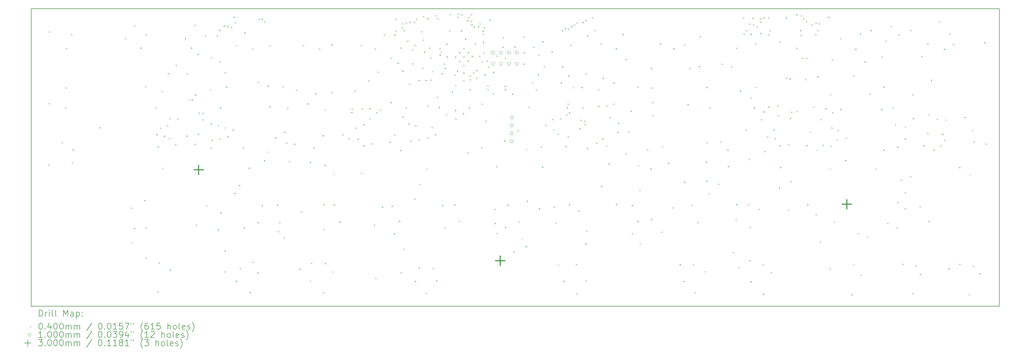
<source format=gbr>
%TF.GenerationSoftware,KiCad,Pcbnew,7.0.7*%
%TF.CreationDate,2023-11-08T12:28:28+01:00*%
%TF.ProjectId,macrolev,6d616372-6f6c-4657-962e-6b696361645f,1.0*%
%TF.SameCoordinates,Original*%
%TF.FileFunction,Drillmap*%
%TF.FilePolarity,Positive*%
%FSLAX45Y45*%
G04 Gerber Fmt 4.5, Leading zero omitted, Abs format (unit mm)*
G04 Created by KiCad (PCBNEW 7.0.7) date 2023-11-08 12:28:28*
%MOMM*%
%LPD*%
G01*
G04 APERTURE LIST*
%ADD10C,0.200000*%
%ADD11C,0.040000*%
%ADD12C,0.100000*%
%ADD13C,0.300000*%
G04 APERTURE END LIST*
D10*
X3047500Y-3047500D02*
X34003750Y-3047500D01*
X34003750Y-12572500D01*
X3047500Y-12572500D01*
X3047500Y-3047500D01*
D11*
X3590000Y-8030000D02*
X3630000Y-8070000D01*
X3630000Y-8030000D02*
X3590000Y-8070000D01*
X3600000Y-6065000D02*
X3640000Y-6105000D01*
X3640000Y-6065000D02*
X3600000Y-6105000D01*
X3605000Y-3770000D02*
X3645000Y-3810000D01*
X3645000Y-3770000D02*
X3605000Y-3810000D01*
X4020000Y-7320000D02*
X4060000Y-7360000D01*
X4060000Y-7320000D02*
X4020000Y-7360000D01*
X4125000Y-6209000D02*
X4165000Y-6249000D01*
X4165000Y-6209000D02*
X4125000Y-6249000D01*
X4140000Y-5565000D02*
X4180000Y-5605000D01*
X4180000Y-5565000D02*
X4140000Y-5605000D01*
X4147000Y-4306000D02*
X4187000Y-4346000D01*
X4187000Y-4306000D02*
X4147000Y-4346000D01*
X4320000Y-3855000D02*
X4360000Y-3895000D01*
X4360000Y-3855000D02*
X4320000Y-3895000D01*
X4342000Y-7964000D02*
X4382000Y-8004000D01*
X4382000Y-7964000D02*
X4342000Y-8004000D01*
X4365000Y-7545000D02*
X4405000Y-7585000D01*
X4405000Y-7545000D02*
X4365000Y-7585000D01*
X5235000Y-6840000D02*
X5275000Y-6880000D01*
X5275000Y-6840000D02*
X5235000Y-6880000D01*
X6035000Y-3985000D02*
X6075000Y-4025000D01*
X6075000Y-3985000D02*
X6035000Y-4025000D01*
X6225000Y-9410000D02*
X6265000Y-9450000D01*
X6265000Y-9410000D02*
X6225000Y-9450000D01*
X6235000Y-10515000D02*
X6275000Y-10555000D01*
X6275000Y-10515000D02*
X6235000Y-10555000D01*
X6325000Y-10065000D02*
X6365000Y-10105000D01*
X6365000Y-10065000D02*
X6325000Y-10105000D01*
X6335000Y-3570000D02*
X6375000Y-3610000D01*
X6375000Y-3570000D02*
X6335000Y-3610000D01*
X6532000Y-4286000D02*
X6572000Y-4326000D01*
X6572000Y-4286000D02*
X6532000Y-4326000D01*
X6660000Y-9175000D02*
X6700000Y-9215000D01*
X6700000Y-9175000D02*
X6660000Y-9215000D01*
X6680000Y-5525000D02*
X6720000Y-5565000D01*
X6720000Y-5525000D02*
X6680000Y-5565000D01*
X6695000Y-11010000D02*
X6735000Y-11050000D01*
X6735000Y-11010000D02*
X6695000Y-11050000D01*
X6700000Y-3865000D02*
X6740000Y-3905000D01*
X6740000Y-3865000D02*
X6700000Y-3905000D01*
X6700000Y-10035000D02*
X6740000Y-10075000D01*
X6740000Y-10035000D02*
X6700000Y-10075000D01*
X7018000Y-6210000D02*
X7058000Y-6250000D01*
X7058000Y-6210000D02*
X7018000Y-6250000D01*
X7045000Y-7060000D02*
X7085000Y-7100000D01*
X7085000Y-7060000D02*
X7045000Y-7100000D01*
X7080000Y-12105000D02*
X7120000Y-12145000D01*
X7120000Y-12105000D02*
X7080000Y-12145000D01*
X7085000Y-7450000D02*
X7125000Y-7490000D01*
X7125000Y-7450000D02*
X7085000Y-7490000D01*
X7120000Y-11170000D02*
X7160000Y-11210000D01*
X7160000Y-11170000D02*
X7120000Y-11210000D01*
X7160000Y-6850000D02*
X7200000Y-6890000D01*
X7200000Y-6850000D02*
X7160000Y-6890000D01*
X7215000Y-5675000D02*
X7255000Y-5715000D01*
X7255000Y-5675000D02*
X7215000Y-5715000D01*
X7227000Y-8135000D02*
X7267000Y-8175000D01*
X7267000Y-8135000D02*
X7227000Y-8175000D01*
X7280000Y-7110000D02*
X7320000Y-7150000D01*
X7320000Y-7110000D02*
X7280000Y-7150000D01*
X7385000Y-6775000D02*
X7425000Y-6815000D01*
X7425000Y-6775000D02*
X7385000Y-6815000D01*
X7410000Y-5105000D02*
X7450000Y-5145000D01*
X7450000Y-5105000D02*
X7410000Y-5145000D01*
X7445000Y-7185000D02*
X7485000Y-7225000D01*
X7485000Y-7185000D02*
X7445000Y-7225000D01*
X7470000Y-6550000D02*
X7510000Y-6590000D01*
X7510000Y-6550000D02*
X7470000Y-6590000D01*
X7473000Y-11398000D02*
X7513000Y-11438000D01*
X7513000Y-11398000D02*
X7473000Y-11438000D01*
X7645000Y-7380000D02*
X7685000Y-7420000D01*
X7685000Y-7380000D02*
X7645000Y-7420000D01*
X7660000Y-4835000D02*
X7700000Y-4875000D01*
X7700000Y-4835000D02*
X7660000Y-4875000D01*
X7705000Y-6555000D02*
X7745000Y-6595000D01*
X7745000Y-6555000D02*
X7705000Y-6595000D01*
X7955000Y-3990000D02*
X7995000Y-4030000D01*
X7995000Y-3990000D02*
X7955000Y-4030000D01*
X8005000Y-7105000D02*
X8045000Y-7145000D01*
X8045000Y-7105000D02*
X8005000Y-7145000D01*
X8015000Y-5110000D02*
X8055000Y-5150000D01*
X8055000Y-5110000D02*
X8015000Y-5150000D01*
X8055000Y-5950000D02*
X8095000Y-5990000D01*
X8095000Y-5950000D02*
X8055000Y-5990000D01*
X8150000Y-4285000D02*
X8190000Y-4325000D01*
X8190000Y-4285000D02*
X8150000Y-4325000D01*
X8170000Y-5950000D02*
X8210000Y-5990000D01*
X8210000Y-5950000D02*
X8170000Y-5990000D01*
X8255000Y-3560000D02*
X8295000Y-3600000D01*
X8295000Y-3560000D02*
X8255000Y-3600000D01*
X8270000Y-7370000D02*
X8310000Y-7410000D01*
X8310000Y-7370000D02*
X8270000Y-7410000D01*
X8280000Y-5790000D02*
X8320000Y-5830000D01*
X8320000Y-5790000D02*
X8280000Y-5830000D01*
X8305000Y-9950000D02*
X8345000Y-9990000D01*
X8345000Y-9950000D02*
X8305000Y-9990000D01*
X8360000Y-4490000D02*
X8400000Y-4530000D01*
X8400000Y-4490000D02*
X8360000Y-4530000D01*
X8370000Y-7050000D02*
X8410000Y-7090000D01*
X8410000Y-7050000D02*
X8370000Y-7090000D01*
X8400000Y-6370000D02*
X8440000Y-6410000D01*
X8440000Y-6370000D02*
X8400000Y-6410000D01*
X8515000Y-6370000D02*
X8555000Y-6410000D01*
X8555000Y-6370000D02*
X8515000Y-6410000D01*
X8520000Y-6580000D02*
X8560000Y-6620000D01*
X8560000Y-6580000D02*
X8520000Y-6620000D01*
X8595000Y-3895000D02*
X8635000Y-3935000D01*
X8635000Y-3895000D02*
X8595000Y-3935000D01*
X8640000Y-9345000D02*
X8680000Y-9385000D01*
X8680000Y-9345000D02*
X8640000Y-9385000D01*
X8750000Y-5630000D02*
X8790000Y-5670000D01*
X8790000Y-5630000D02*
X8750000Y-5670000D01*
X8770000Y-7495000D02*
X8810000Y-7535000D01*
X8810000Y-7495000D02*
X8770000Y-7535000D01*
X8775000Y-6725000D02*
X8815000Y-6765000D01*
X8815000Y-6725000D02*
X8775000Y-6765000D01*
X8790000Y-4595000D02*
X8830000Y-4635000D01*
X8830000Y-4595000D02*
X8790000Y-4635000D01*
X8810000Y-7245000D02*
X8850000Y-7285000D01*
X8850000Y-7245000D02*
X8810000Y-7285000D01*
X8975000Y-3900000D02*
X9015000Y-3940000D01*
X9015000Y-3900000D02*
X8975000Y-3940000D01*
X9005000Y-10115000D02*
X9045000Y-10155000D01*
X9045000Y-10115000D02*
X9005000Y-10155000D01*
X9010000Y-6775000D02*
X9050000Y-6815000D01*
X9050000Y-6775000D02*
X9010000Y-6815000D01*
X9040000Y-3725000D02*
X9080000Y-3765000D01*
X9080000Y-3725000D02*
X9040000Y-3765000D01*
X9050000Y-4735000D02*
X9090000Y-4775000D01*
X9090000Y-4735000D02*
X9050000Y-4775000D01*
X9050000Y-7200000D02*
X9090000Y-7240000D01*
X9090000Y-7200000D02*
X9050000Y-7240000D01*
X9075000Y-6205000D02*
X9115000Y-6245000D01*
X9115000Y-6205000D02*
X9075000Y-6245000D01*
X9088000Y-9568000D02*
X9128000Y-9608000D01*
X9128000Y-9568000D02*
X9088000Y-9608000D01*
X9195000Y-3580000D02*
X9235000Y-3620000D01*
X9235000Y-3580000D02*
X9195000Y-3620000D01*
X9210000Y-11450000D02*
X9250000Y-11490000D01*
X9250000Y-11450000D02*
X9210000Y-11490000D01*
X9225000Y-6840000D02*
X9265000Y-6880000D01*
X9265000Y-6840000D02*
X9225000Y-6880000D01*
X9225000Y-10790000D02*
X9265000Y-10830000D01*
X9265000Y-10790000D02*
X9225000Y-10830000D01*
X9230000Y-5075000D02*
X9270000Y-5115000D01*
X9270000Y-5075000D02*
X9230000Y-5115000D01*
X9270000Y-5535000D02*
X9310000Y-5575000D01*
X9310000Y-5535000D02*
X9270000Y-5575000D01*
X9310000Y-3590000D02*
X9350000Y-3630000D01*
X9350000Y-3590000D02*
X9310000Y-3630000D01*
X9310000Y-7125000D02*
X9350000Y-7165000D01*
X9350000Y-7125000D02*
X9310000Y-7165000D01*
X9434122Y-3624172D02*
X9474122Y-3664172D01*
X9474122Y-3624172D02*
X9434122Y-3664172D01*
X9480000Y-6915000D02*
X9520000Y-6955000D01*
X9520000Y-6915000D02*
X9480000Y-6955000D01*
X9515000Y-3300000D02*
X9555000Y-3340000D01*
X9555000Y-3300000D02*
X9515000Y-3340000D01*
X9535000Y-8940000D02*
X9575000Y-8980000D01*
X9575000Y-8940000D02*
X9535000Y-8980000D01*
X9550000Y-3485000D02*
X9590000Y-3525000D01*
X9590000Y-3485000D02*
X9550000Y-3525000D01*
X9580000Y-11755000D02*
X9620000Y-11795000D01*
X9620000Y-11755000D02*
X9580000Y-11795000D01*
X9585000Y-4200000D02*
X9625000Y-4240000D01*
X9625000Y-4200000D02*
X9585000Y-4240000D01*
X9685000Y-8685000D02*
X9725000Y-8725000D01*
X9725000Y-8685000D02*
X9685000Y-8725000D01*
X9710000Y-11340000D02*
X9750000Y-11380000D01*
X9750000Y-11340000D02*
X9710000Y-11380000D01*
X9810000Y-7485000D02*
X9850000Y-7525000D01*
X9850000Y-7485000D02*
X9810000Y-7525000D01*
X9835000Y-10050000D02*
X9875000Y-10090000D01*
X9875000Y-10050000D02*
X9835000Y-10090000D01*
X9857500Y-3800600D02*
X9897500Y-3840600D01*
X9897500Y-3800600D02*
X9857500Y-3840600D01*
X9995000Y-8130000D02*
X10035000Y-8170000D01*
X10035000Y-8130000D02*
X9995000Y-8170000D01*
X10020000Y-12110000D02*
X10060000Y-12150000D01*
X10060000Y-12110000D02*
X10020000Y-12150000D01*
X10102000Y-4320000D02*
X10142000Y-4360000D01*
X10142000Y-4320000D02*
X10102000Y-4360000D01*
X10120000Y-11145000D02*
X10160000Y-11185000D01*
X10160000Y-11145000D02*
X10120000Y-11185000D01*
X10272000Y-11488000D02*
X10312000Y-11528000D01*
X10312000Y-11488000D02*
X10272000Y-11528000D01*
X10280000Y-9880000D02*
X10320000Y-9920000D01*
X10320000Y-9880000D02*
X10280000Y-9920000D01*
X10285000Y-5390000D02*
X10325000Y-5430000D01*
X10325000Y-5390000D02*
X10285000Y-5430000D01*
X10305000Y-3370000D02*
X10345000Y-3410000D01*
X10345000Y-3370000D02*
X10305000Y-3410000D01*
X10410000Y-3365000D02*
X10450000Y-3405000D01*
X10450000Y-3365000D02*
X10410000Y-3405000D01*
X10410000Y-9335000D02*
X10450000Y-9375000D01*
X10450000Y-9335000D02*
X10410000Y-9375000D01*
X10480000Y-3450000D02*
X10520000Y-3490000D01*
X10520000Y-3450000D02*
X10480000Y-3490000D01*
X10485000Y-7895000D02*
X10525000Y-7935000D01*
X10525000Y-7895000D02*
X10485000Y-7935000D01*
X10605000Y-5505000D02*
X10645000Y-5545000D01*
X10645000Y-5505000D02*
X10605000Y-5545000D01*
X10605000Y-7620000D02*
X10645000Y-7660000D01*
X10645000Y-7620000D02*
X10605000Y-7660000D01*
X10655000Y-6165000D02*
X10695000Y-6205000D01*
X10695000Y-6165000D02*
X10655000Y-6205000D01*
X10670000Y-4210000D02*
X10710000Y-4250000D01*
X10710000Y-4210000D02*
X10670000Y-4250000D01*
X10835000Y-7170000D02*
X10875000Y-7210000D01*
X10875000Y-7170000D02*
X10835000Y-7210000D01*
X10900000Y-9315000D02*
X10940000Y-9355000D01*
X10940000Y-9315000D02*
X10900000Y-9355000D01*
X10930000Y-10165000D02*
X10970000Y-10205000D01*
X10970000Y-10165000D02*
X10930000Y-10205000D01*
X10975000Y-9875000D02*
X11015000Y-9915000D01*
X11015000Y-9875000D02*
X10975000Y-9915000D01*
X11075000Y-5525000D02*
X11115000Y-5565000D01*
X11115000Y-5525000D02*
X11075000Y-5565000D01*
X11115000Y-10360000D02*
X11155000Y-10400000D01*
X11155000Y-10360000D02*
X11115000Y-10400000D01*
X11135000Y-6985000D02*
X11175000Y-7025000D01*
X11175000Y-6985000D02*
X11135000Y-7025000D01*
X11195000Y-7335000D02*
X11235000Y-7375000D01*
X11235000Y-7335000D02*
X11195000Y-7375000D01*
X11225000Y-6215000D02*
X11265000Y-6255000D01*
X11265000Y-6215000D02*
X11225000Y-6255000D01*
X11285000Y-7920000D02*
X11325000Y-7960000D01*
X11325000Y-7920000D02*
X11285000Y-7960000D01*
X11450000Y-7365000D02*
X11490000Y-7405000D01*
X11490000Y-7365000D02*
X11450000Y-7405000D01*
X11505000Y-5640000D02*
X11545000Y-5680000D01*
X11545000Y-5640000D02*
X11505000Y-5680000D01*
X11605000Y-11370000D02*
X11645000Y-11410000D01*
X11645000Y-11370000D02*
X11605000Y-11410000D01*
X11660000Y-9535000D02*
X11700000Y-9575000D01*
X11700000Y-9535000D02*
X11660000Y-9575000D01*
X11725000Y-4210000D02*
X11765000Y-4250000D01*
X11765000Y-4210000D02*
X11725000Y-4250000D01*
X11865000Y-6075000D02*
X11905000Y-6115000D01*
X11905000Y-6075000D02*
X11865000Y-6115000D01*
X11950000Y-7955000D02*
X11990000Y-7995000D01*
X11990000Y-7955000D02*
X11950000Y-7995000D01*
X11950000Y-11750000D02*
X11990000Y-11790000D01*
X11990000Y-11750000D02*
X11950000Y-11790000D01*
X11990000Y-11180000D02*
X12030000Y-11220000D01*
X12030000Y-11180000D02*
X11990000Y-11220000D01*
X12060000Y-7485000D02*
X12100000Y-7525000D01*
X12100000Y-7485000D02*
X12060000Y-7525000D01*
X12120000Y-5755000D02*
X12160000Y-5795000D01*
X12160000Y-5755000D02*
X12120000Y-5795000D01*
X12240000Y-4310000D02*
X12280000Y-4350000D01*
X12280000Y-4310000D02*
X12240000Y-4350000D01*
X12360000Y-7095000D02*
X12400000Y-7135000D01*
X12400000Y-7095000D02*
X12360000Y-7135000D01*
X12370000Y-12130000D02*
X12410000Y-12170000D01*
X12410000Y-12130000D02*
X12370000Y-12170000D01*
X12390000Y-9300000D02*
X12430000Y-9340000D01*
X12430000Y-9300000D02*
X12390000Y-9340000D01*
X12395000Y-10095000D02*
X12435000Y-10135000D01*
X12435000Y-10095000D02*
X12395000Y-10135000D01*
X12420000Y-8050000D02*
X12460000Y-8090000D01*
X12460000Y-8050000D02*
X12420000Y-8090000D01*
X12425000Y-6255000D02*
X12465000Y-6295000D01*
X12465000Y-6255000D02*
X12425000Y-6295000D01*
X12425000Y-11185000D02*
X12465000Y-11225000D01*
X12465000Y-11185000D02*
X12425000Y-11225000D01*
X12635000Y-4190000D02*
X12675000Y-4230000D01*
X12675000Y-4190000D02*
X12635000Y-4230000D01*
X12640000Y-5710000D02*
X12680000Y-5750000D01*
X12680000Y-5710000D02*
X12640000Y-5750000D01*
X12670000Y-11455000D02*
X12710000Y-11495000D01*
X12710000Y-11455000D02*
X12670000Y-11495000D01*
X12705000Y-8330000D02*
X12745000Y-8370000D01*
X12745000Y-8330000D02*
X12705000Y-8370000D01*
X12720000Y-9320000D02*
X12760000Y-9360000D01*
X12760000Y-9320000D02*
X12720000Y-9360000D01*
X12895000Y-9855000D02*
X12935000Y-9895000D01*
X12935000Y-9855000D02*
X12895000Y-9895000D01*
X12990000Y-7065000D02*
X13030000Y-7105000D01*
X13030000Y-7065000D02*
X12990000Y-7105000D01*
X13185000Y-7190000D02*
X13225000Y-7230000D01*
X13225000Y-7190000D02*
X13185000Y-7230000D01*
X13275000Y-6350000D02*
X13315000Y-6390000D01*
X13315000Y-6350000D02*
X13275000Y-6390000D01*
X13285000Y-6240000D02*
X13325000Y-6280000D01*
X13325000Y-6240000D02*
X13285000Y-6280000D01*
X13385000Y-5665000D02*
X13425000Y-5705000D01*
X13425000Y-5665000D02*
X13385000Y-5705000D01*
X13410000Y-6850000D02*
X13450000Y-6890000D01*
X13450000Y-6850000D02*
X13410000Y-6890000D01*
X13475000Y-7210000D02*
X13515000Y-7250000D01*
X13515000Y-7210000D02*
X13475000Y-7250000D01*
X13580000Y-4205000D02*
X13620000Y-4245000D01*
X13620000Y-4205000D02*
X13580000Y-4245000D01*
X13590000Y-8300000D02*
X13630000Y-8340000D01*
X13630000Y-8300000D02*
X13590000Y-8340000D01*
X13605000Y-6225000D02*
X13645000Y-6265000D01*
X13645000Y-6225000D02*
X13605000Y-6265000D01*
X13657000Y-7424000D02*
X13697000Y-7464000D01*
X13697000Y-7424000D02*
X13657000Y-7464000D01*
X13660000Y-6745000D02*
X13700000Y-6785000D01*
X13700000Y-6745000D02*
X13660000Y-6785000D01*
X13815000Y-5335000D02*
X13855000Y-5375000D01*
X13855000Y-5335000D02*
X13815000Y-5375000D01*
X13850000Y-6230000D02*
X13890000Y-6270000D01*
X13890000Y-6230000D02*
X13850000Y-6270000D01*
X13855000Y-6560000D02*
X13895000Y-6600000D01*
X13895000Y-6560000D02*
X13855000Y-6600000D01*
X13920000Y-7355000D02*
X13960000Y-7395000D01*
X13960000Y-7355000D02*
X13920000Y-7395000D01*
X14005000Y-9950000D02*
X14045000Y-9990000D01*
X14045000Y-9950000D02*
X14005000Y-9990000D01*
X14030000Y-4315000D02*
X14070000Y-4355000D01*
X14070000Y-4315000D02*
X14030000Y-4355000D01*
X14045000Y-11660000D02*
X14085000Y-11700000D01*
X14085000Y-11660000D02*
X14045000Y-11700000D01*
X14072500Y-6355000D02*
X14112500Y-6395000D01*
X14112500Y-6355000D02*
X14072500Y-6395000D01*
X14115000Y-5060000D02*
X14155000Y-5100000D01*
X14155000Y-5060000D02*
X14115000Y-5100000D01*
X14190000Y-6275000D02*
X14230000Y-6315000D01*
X14230000Y-6275000D02*
X14190000Y-6315000D01*
X14255000Y-9380000D02*
X14295000Y-9420000D01*
X14295000Y-9380000D02*
X14255000Y-9420000D01*
X14320000Y-3865000D02*
X14360000Y-3905000D01*
X14360000Y-3865000D02*
X14320000Y-3905000D01*
X14495000Y-7305000D02*
X14535000Y-7345000D01*
X14535000Y-7305000D02*
X14495000Y-7345000D01*
X14530000Y-6035000D02*
X14570000Y-6075000D01*
X14570000Y-6035000D02*
X14530000Y-6075000D01*
X14540000Y-4615000D02*
X14580000Y-4655000D01*
X14580000Y-4615000D02*
X14540000Y-4655000D01*
X14565000Y-9355000D02*
X14605000Y-9395000D01*
X14605000Y-9355000D02*
X14565000Y-9395000D01*
X14640000Y-10235000D02*
X14680000Y-10275000D01*
X14680000Y-10235000D02*
X14640000Y-10275000D01*
X14650000Y-7075000D02*
X14690000Y-7115000D01*
X14690000Y-7075000D02*
X14650000Y-7115000D01*
X14657500Y-3867500D02*
X14697500Y-3907500D01*
X14697500Y-3867500D02*
X14657500Y-3907500D01*
X14690000Y-3370000D02*
X14730000Y-3410000D01*
X14730000Y-3370000D02*
X14690000Y-3410000D01*
X14690000Y-3745000D02*
X14730000Y-3785000D01*
X14730000Y-3745000D02*
X14690000Y-3785000D01*
X14755000Y-4775000D02*
X14795000Y-4815000D01*
X14795000Y-4775000D02*
X14755000Y-4815000D01*
X14805000Y-9835000D02*
X14845000Y-9875000D01*
X14845000Y-9835000D02*
X14805000Y-9875000D01*
X14839000Y-7565000D02*
X14879000Y-7605000D01*
X14879000Y-7565000D02*
X14839000Y-7605000D01*
X14845000Y-4285000D02*
X14885000Y-4325000D01*
X14885000Y-4285000D02*
X14845000Y-4325000D01*
X14850000Y-11475000D02*
X14890000Y-11515000D01*
X14890000Y-11475000D02*
X14850000Y-11515000D01*
X14885000Y-3642550D02*
X14925000Y-3682550D01*
X14925000Y-3642550D02*
X14885000Y-3682550D01*
X14900000Y-3510000D02*
X14940000Y-3550000D01*
X14940000Y-3510000D02*
X14900000Y-3550000D01*
X14905000Y-5035000D02*
X14945000Y-5075000D01*
X14945000Y-5035000D02*
X14905000Y-5075000D01*
X14915000Y-6495000D02*
X14955000Y-6535000D01*
X14955000Y-6495000D02*
X14915000Y-6535000D01*
X14945000Y-3730000D02*
X14985000Y-3770000D01*
X14985000Y-3730000D02*
X14945000Y-3770000D01*
X14945000Y-10730000D02*
X14985000Y-10770000D01*
X14985000Y-10730000D02*
X14945000Y-10770000D01*
X15020000Y-3485000D02*
X15060000Y-3525000D01*
X15060000Y-3485000D02*
X15020000Y-3525000D01*
X15020000Y-6200000D02*
X15060000Y-6240000D01*
X15060000Y-6200000D02*
X15020000Y-6240000D01*
X15065000Y-4070000D02*
X15105000Y-4110000D01*
X15105000Y-4070000D02*
X15065000Y-4110000D01*
X15100000Y-6715000D02*
X15140000Y-6755000D01*
X15140000Y-6715000D02*
X15100000Y-6755000D01*
X15120000Y-5445000D02*
X15160000Y-5485000D01*
X15160000Y-5445000D02*
X15120000Y-5485000D01*
X15125000Y-3465000D02*
X15165000Y-3505000D01*
X15165000Y-3465000D02*
X15125000Y-3505000D01*
X15165000Y-7270000D02*
X15205000Y-7310000D01*
X15205000Y-7270000D02*
X15165000Y-7310000D01*
X15215000Y-4335000D02*
X15255000Y-4375000D01*
X15255000Y-4335000D02*
X15215000Y-4375000D01*
X15225000Y-4785000D02*
X15265000Y-4825000D01*
X15265000Y-4785000D02*
X15225000Y-4825000D01*
X15285000Y-3460000D02*
X15325000Y-3500000D01*
X15325000Y-3460000D02*
X15285000Y-3500000D01*
X15290000Y-4202922D02*
X15330000Y-4242922D01*
X15330000Y-4202922D02*
X15290000Y-4242922D01*
X15290000Y-9120000D02*
X15330000Y-9160000D01*
X15330000Y-9120000D02*
X15290000Y-9160000D01*
X15310000Y-11760000D02*
X15350000Y-11800000D01*
X15350000Y-11760000D02*
X15310000Y-11800000D01*
X15320000Y-6785000D02*
X15360000Y-6825000D01*
X15360000Y-6785000D02*
X15320000Y-6825000D01*
X15350000Y-3375000D02*
X15390000Y-3415000D01*
X15390000Y-3375000D02*
X15350000Y-3415000D01*
X15425000Y-5325000D02*
X15465000Y-5365000D01*
X15465000Y-5325000D02*
X15425000Y-5365000D01*
X15435000Y-7215000D02*
X15475000Y-7255000D01*
X15475000Y-7215000D02*
X15435000Y-7255000D01*
X15435000Y-11330000D02*
X15475000Y-11370000D01*
X15475000Y-11330000D02*
X15435000Y-11370000D01*
X15455000Y-8660000D02*
X15495000Y-8700000D01*
X15495000Y-8660000D02*
X15455000Y-8700000D01*
X15510000Y-3765000D02*
X15550000Y-3805000D01*
X15550000Y-3765000D02*
X15510000Y-3805000D01*
X15545000Y-4928233D02*
X15585000Y-4968233D01*
X15585000Y-4928233D02*
X15545000Y-4968233D01*
X15560000Y-4035000D02*
X15600000Y-4075000D01*
X15600000Y-4035000D02*
X15560000Y-4075000D01*
X15570000Y-3280000D02*
X15610000Y-3320000D01*
X15610000Y-3280000D02*
X15570000Y-3320000D01*
X15600000Y-4415000D02*
X15640000Y-4455000D01*
X15640000Y-4415000D02*
X15600000Y-4455000D01*
X15645000Y-5325000D02*
X15685000Y-5365000D01*
X15685000Y-5325000D02*
X15645000Y-5365000D01*
X15665000Y-12135000D02*
X15705000Y-12175000D01*
X15705000Y-12135000D02*
X15665000Y-12175000D01*
X15675000Y-8160000D02*
X15715000Y-8200000D01*
X15715000Y-8160000D02*
X15675000Y-8200000D01*
X15700000Y-7155000D02*
X15740000Y-7195000D01*
X15740000Y-7155000D02*
X15700000Y-7195000D01*
X15710000Y-3350000D02*
X15750000Y-3390000D01*
X15750000Y-3350000D02*
X15710000Y-3390000D01*
X15725000Y-6135000D02*
X15765000Y-6175000D01*
X15765000Y-6135000D02*
X15725000Y-6175000D01*
X15765000Y-4290000D02*
X15805000Y-4330000D01*
X15805000Y-4290000D02*
X15765000Y-4330000D01*
X15805000Y-5310000D02*
X15845000Y-5350000D01*
X15845000Y-5310000D02*
X15805000Y-5350000D01*
X15810000Y-4600000D02*
X15850000Y-4640000D01*
X15850000Y-4600000D02*
X15810000Y-4640000D01*
X15840000Y-6830000D02*
X15880000Y-6870000D01*
X15880000Y-6830000D02*
X15840000Y-6870000D01*
X15855000Y-5037500D02*
X15895000Y-5077500D01*
X15895000Y-5037500D02*
X15855000Y-5077500D01*
X15885000Y-11350000D02*
X15925000Y-11390000D01*
X15925000Y-11350000D02*
X15885000Y-11390000D01*
X15940000Y-7060000D02*
X15980000Y-7100000D01*
X15980000Y-7060000D02*
X15940000Y-7100000D01*
X15970000Y-3255000D02*
X16010000Y-3295000D01*
X16010000Y-3255000D02*
X15970000Y-3295000D01*
X15990000Y-11740000D02*
X16030000Y-11780000D01*
X16030000Y-11740000D02*
X15990000Y-11780000D01*
X16010000Y-5860000D02*
X16050000Y-5900000D01*
X16050000Y-5860000D02*
X16010000Y-5900000D01*
X16030000Y-3350000D02*
X16070000Y-3390000D01*
X16070000Y-3350000D02*
X16030000Y-3390000D01*
X16075000Y-6190000D02*
X16115000Y-6230000D01*
X16115000Y-6190000D02*
X16075000Y-6230000D01*
X16095000Y-4315000D02*
X16135000Y-4355000D01*
X16135000Y-4315000D02*
X16095000Y-4355000D01*
X16100000Y-4515000D02*
X16140000Y-4555000D01*
X16140000Y-4515000D02*
X16100000Y-4555000D01*
X16132500Y-4417500D02*
X16172500Y-4457500D01*
X16172500Y-4417500D02*
X16132500Y-4457500D01*
X16163609Y-5104627D02*
X16203609Y-5144627D01*
X16203609Y-5104627D02*
X16163609Y-5144627D01*
X16175000Y-9325000D02*
X16215000Y-9365000D01*
X16215000Y-9325000D02*
X16175000Y-9365000D01*
X16240000Y-4795000D02*
X16280000Y-4835000D01*
X16280000Y-4795000D02*
X16240000Y-4835000D01*
X16245000Y-10035000D02*
X16285000Y-10075000D01*
X16285000Y-10035000D02*
X16245000Y-10075000D01*
X16262500Y-4942500D02*
X16302500Y-4982500D01*
X16302500Y-4942500D02*
X16262500Y-4982500D01*
X16305000Y-6420000D02*
X16345000Y-6460000D01*
X16345000Y-6420000D02*
X16305000Y-6460000D01*
X16315000Y-4165000D02*
X16355000Y-4205000D01*
X16355000Y-4165000D02*
X16315000Y-4205000D01*
X16325000Y-4570000D02*
X16365000Y-4610000D01*
X16365000Y-4570000D02*
X16325000Y-4610000D01*
X16400000Y-3735000D02*
X16440000Y-3775000D01*
X16440000Y-3735000D02*
X16400000Y-3775000D01*
X16425000Y-3210000D02*
X16465000Y-3250000D01*
X16465000Y-3210000D02*
X16425000Y-3250000D01*
X16490000Y-5700000D02*
X16530000Y-5740000D01*
X16530000Y-5700000D02*
X16490000Y-5740000D01*
X16565000Y-9305000D02*
X16605000Y-9345000D01*
X16605000Y-9305000D02*
X16565000Y-9345000D01*
X16570000Y-5150000D02*
X16610000Y-5190000D01*
X16610000Y-5150000D02*
X16570000Y-5190000D01*
X16590000Y-4576000D02*
X16630000Y-4616000D01*
X16630000Y-4576000D02*
X16590000Y-4616000D01*
X16590000Y-6285000D02*
X16630000Y-6325000D01*
X16630000Y-6285000D02*
X16590000Y-6325000D01*
X16600000Y-5485000D02*
X16640000Y-5525000D01*
X16640000Y-5485000D02*
X16600000Y-5525000D01*
X16605000Y-6555000D02*
X16645000Y-6595000D01*
X16645000Y-6555000D02*
X16605000Y-6595000D01*
X16650000Y-5025000D02*
X16690000Y-5065000D01*
X16690000Y-5025000D02*
X16650000Y-5065000D01*
X16670000Y-3307500D02*
X16710000Y-3347500D01*
X16710000Y-3307500D02*
X16670000Y-3347500D01*
X16685000Y-3195000D02*
X16725000Y-3235000D01*
X16725000Y-3195000D02*
X16685000Y-3235000D01*
X16715000Y-9835000D02*
X16755000Y-9875000D01*
X16755000Y-9835000D02*
X16715000Y-9875000D01*
X16723000Y-4719000D02*
X16763000Y-4759000D01*
X16763000Y-4719000D02*
X16723000Y-4759000D01*
X16729000Y-4436000D02*
X16769000Y-4476000D01*
X16769000Y-4436000D02*
X16729000Y-4476000D01*
X16780000Y-3740000D02*
X16820000Y-3780000D01*
X16820000Y-3740000D02*
X16780000Y-3780000D01*
X16800000Y-3222500D02*
X16840000Y-3262500D01*
X16840000Y-3222500D02*
X16800000Y-3262500D01*
X16845000Y-6390000D02*
X16885000Y-6430000D01*
X16885000Y-6390000D02*
X16845000Y-6430000D01*
X16855000Y-4849000D02*
X16895000Y-4889000D01*
X16895000Y-4849000D02*
X16855000Y-4889000D01*
X16855000Y-5340000D02*
X16895000Y-5380000D01*
X16895000Y-5340000D02*
X16855000Y-5380000D01*
X16858932Y-5086467D02*
X16898932Y-5126467D01*
X16898932Y-5086467D02*
X16858932Y-5126467D01*
X16860000Y-4302000D02*
X16900000Y-4342000D01*
X16900000Y-4302000D02*
X16860000Y-4342000D01*
X16860000Y-4573995D02*
X16900000Y-4613995D01*
X16900000Y-4573995D02*
X16860000Y-4613995D01*
X16912500Y-4005000D02*
X16952500Y-4045000D01*
X16952500Y-4005000D02*
X16912500Y-4045000D01*
X16985000Y-3410000D02*
X17025000Y-3450000D01*
X17025000Y-3410000D02*
X16985000Y-3450000D01*
X16990000Y-7640000D02*
X17030000Y-7680000D01*
X17030000Y-7640000D02*
X16990000Y-7680000D01*
X16996000Y-4702000D02*
X17036000Y-4742000D01*
X17036000Y-4702000D02*
X16996000Y-4742000D01*
X17005000Y-4429000D02*
X17045000Y-4469000D01*
X17045000Y-4429000D02*
X17005000Y-4469000D01*
X17017500Y-3307500D02*
X17057500Y-3347500D01*
X17057500Y-3307500D02*
X17017500Y-3347500D01*
X17030000Y-6210000D02*
X17070000Y-6250000D01*
X17070000Y-6210000D02*
X17030000Y-6250000D01*
X17060000Y-5305000D02*
X17100000Y-5345000D01*
X17100000Y-5305000D02*
X17060000Y-5345000D01*
X17060000Y-5620000D02*
X17100000Y-5660000D01*
X17100000Y-5620000D02*
X17060000Y-5660000D01*
X17061937Y-5183166D02*
X17101937Y-5223166D01*
X17101937Y-5183166D02*
X17061937Y-5223166D01*
X17095000Y-3435000D02*
X17135000Y-3475000D01*
X17135000Y-3435000D02*
X17095000Y-3475000D01*
X17100000Y-3210000D02*
X17140000Y-3250000D01*
X17140000Y-3210000D02*
X17100000Y-3250000D01*
X17115000Y-3540000D02*
X17155000Y-3580000D01*
X17155000Y-3540000D02*
X17115000Y-3580000D01*
X17125000Y-4559000D02*
X17165000Y-4599000D01*
X17165000Y-4559000D02*
X17125000Y-4599000D01*
X17167968Y-5077135D02*
X17207968Y-5117135D01*
X17207968Y-5077135D02*
X17167968Y-5117135D01*
X17190000Y-3615050D02*
X17230000Y-3655050D01*
X17230000Y-3615050D02*
X17190000Y-3655050D01*
X17230000Y-4160000D02*
X17270000Y-4200000D01*
X17270000Y-4160000D02*
X17230000Y-4200000D01*
X17270000Y-5010000D02*
X17310000Y-5050000D01*
X17310000Y-5010000D02*
X17270000Y-5050000D01*
X17270000Y-5255000D02*
X17310000Y-5295000D01*
X17310000Y-5255000D02*
X17270000Y-5295000D01*
X17319858Y-3604858D02*
X17359858Y-3644858D01*
X17359858Y-3604858D02*
X17319858Y-3644858D01*
X17365312Y-4547658D02*
X17405312Y-4587658D01*
X17405312Y-4547658D02*
X17365312Y-4587658D01*
X17375000Y-3515000D02*
X17415000Y-3555000D01*
X17415000Y-3515000D02*
X17375000Y-3555000D01*
X17430000Y-7470000D02*
X17470000Y-7510000D01*
X17470000Y-7470000D02*
X17430000Y-7510000D01*
X17440000Y-6085000D02*
X17480000Y-6125000D01*
X17480000Y-6085000D02*
X17440000Y-6125000D01*
X17447590Y-4735000D02*
X17487590Y-4775000D01*
X17487590Y-4735000D02*
X17447590Y-4775000D01*
X17475000Y-3740000D02*
X17515000Y-3780000D01*
X17515000Y-3740000D02*
X17475000Y-3780000D01*
X17480000Y-4100000D02*
X17520000Y-4140000D01*
X17520000Y-4100000D02*
X17480000Y-4140000D01*
X17485000Y-3850000D02*
X17525000Y-3890000D01*
X17525000Y-3850000D02*
X17485000Y-3890000D01*
X17509302Y-4445680D02*
X17549302Y-4485680D01*
X17549302Y-4445680D02*
X17509302Y-4485680D01*
X17510095Y-3646414D02*
X17550095Y-3686414D01*
X17550095Y-3646414D02*
X17510095Y-3686414D01*
X17530000Y-5151000D02*
X17570000Y-5191000D01*
X17570000Y-5151000D02*
X17530000Y-5191000D01*
X17570000Y-6635000D02*
X17610000Y-6675000D01*
X17610000Y-6635000D02*
X17570000Y-6675000D01*
X17595000Y-4705000D02*
X17635000Y-4745000D01*
X17635000Y-4705000D02*
X17595000Y-4745000D01*
X17630000Y-5505000D02*
X17670000Y-5545000D01*
X17670000Y-5505000D02*
X17630000Y-5545000D01*
X17630000Y-5610000D02*
X17670000Y-5650000D01*
X17670000Y-5610000D02*
X17630000Y-5650000D01*
X17645000Y-4895000D02*
X17685000Y-4935000D01*
X17685000Y-4895000D02*
X17645000Y-4935000D01*
X17695000Y-3395000D02*
X17735000Y-3435000D01*
X17735000Y-3395000D02*
X17695000Y-3435000D01*
X17790000Y-5750000D02*
X17830000Y-5790000D01*
X17830000Y-5750000D02*
X17790000Y-5790000D01*
X17810000Y-5065000D02*
X17850000Y-5105000D01*
X17850000Y-5065000D02*
X17810000Y-5105000D01*
X17845000Y-9450000D02*
X17885000Y-9490000D01*
X17885000Y-9450000D02*
X17845000Y-9490000D01*
X17855000Y-9905000D02*
X17895000Y-9945000D01*
X17895000Y-9905000D02*
X17855000Y-9945000D01*
X17910000Y-8090000D02*
X17950000Y-8130000D01*
X17950000Y-8090000D02*
X17910000Y-8130000D01*
X17915000Y-4540000D02*
X17955000Y-4580000D01*
X17955000Y-4540000D02*
X17915000Y-4580000D01*
X17915000Y-10225000D02*
X17955000Y-10265000D01*
X17955000Y-10225000D02*
X17915000Y-10265000D01*
X18105000Y-4260000D02*
X18145000Y-4300000D01*
X18145000Y-4260000D02*
X18105000Y-4300000D01*
X18120000Y-3955000D02*
X18160000Y-3995000D01*
X18160000Y-3955000D02*
X18120000Y-3995000D01*
X18165000Y-7270000D02*
X18205000Y-7310000D01*
X18205000Y-7270000D02*
X18165000Y-7310000D01*
X18185000Y-4615000D02*
X18225000Y-4655000D01*
X18225000Y-4615000D02*
X18185000Y-4655000D01*
X18185000Y-5510000D02*
X18225000Y-5550000D01*
X18225000Y-5510000D02*
X18185000Y-5550000D01*
X18185000Y-5620000D02*
X18225000Y-5660000D01*
X18225000Y-5620000D02*
X18185000Y-5660000D01*
X18190000Y-10025000D02*
X18230000Y-10065000D01*
X18230000Y-10025000D02*
X18190000Y-10065000D01*
X18270000Y-9320000D02*
X18310000Y-9360000D01*
X18310000Y-9320000D02*
X18270000Y-9360000D01*
X18415000Y-5765000D02*
X18455000Y-5805000D01*
X18455000Y-5765000D02*
X18415000Y-5805000D01*
X18460000Y-10825000D02*
X18500000Y-10865000D01*
X18500000Y-10825000D02*
X18460000Y-10865000D01*
X18490000Y-4250000D02*
X18530000Y-4290000D01*
X18530000Y-4250000D02*
X18490000Y-4290000D01*
X18590000Y-6940000D02*
X18630000Y-6980000D01*
X18630000Y-6940000D02*
X18590000Y-6980000D01*
X18620000Y-9860000D02*
X18660000Y-9900000D01*
X18660000Y-9860000D02*
X18620000Y-9900000D01*
X18725000Y-10380000D02*
X18765000Y-10420000D01*
X18765000Y-10380000D02*
X18725000Y-10420000D01*
X18785000Y-4445000D02*
X18825000Y-4485000D01*
X18825000Y-4445000D02*
X18785000Y-4485000D01*
X18785000Y-4800000D02*
X18825000Y-4840000D01*
X18825000Y-4800000D02*
X18785000Y-4840000D01*
X18790000Y-3930000D02*
X18830000Y-3970000D01*
X18830000Y-3930000D02*
X18790000Y-3970000D01*
X18850000Y-10645000D02*
X18890000Y-10685000D01*
X18890000Y-10645000D02*
X18850000Y-10685000D01*
X18860000Y-7535000D02*
X18900000Y-7575000D01*
X18900000Y-7535000D02*
X18860000Y-7575000D01*
X18885000Y-9190000D02*
X18925000Y-9230000D01*
X18925000Y-9190000D02*
X18885000Y-9230000D01*
X18940000Y-6185000D02*
X18980000Y-6225000D01*
X18980000Y-6185000D02*
X18940000Y-6225000D01*
X19055000Y-5400000D02*
X19095000Y-5440000D01*
X19095000Y-5400000D02*
X19055000Y-5440000D01*
X19090000Y-4260000D02*
X19130000Y-4300000D01*
X19130000Y-4260000D02*
X19090000Y-4300000D01*
X19180000Y-5635000D02*
X19220000Y-5675000D01*
X19220000Y-5635000D02*
X19180000Y-5675000D01*
X19240000Y-5145000D02*
X19280000Y-5185000D01*
X19280000Y-5145000D02*
X19240000Y-5185000D01*
X19255000Y-4515000D02*
X19295000Y-4555000D01*
X19295000Y-4515000D02*
X19255000Y-4555000D01*
X19275000Y-9435000D02*
X19315000Y-9475000D01*
X19315000Y-9435000D02*
X19275000Y-9475000D01*
X19335000Y-7455000D02*
X19375000Y-7495000D01*
X19375000Y-7455000D02*
X19335000Y-7495000D01*
X19375000Y-8100000D02*
X19415000Y-8140000D01*
X19415000Y-8100000D02*
X19375000Y-8140000D01*
X19385000Y-4085000D02*
X19425000Y-4125000D01*
X19425000Y-4085000D02*
X19385000Y-4125000D01*
X19430000Y-4880000D02*
X19470000Y-4920000D01*
X19470000Y-4880000D02*
X19430000Y-4920000D01*
X19480000Y-6760000D02*
X19520000Y-6800000D01*
X19520000Y-6760000D02*
X19480000Y-6800000D01*
X19675000Y-4410000D02*
X19715000Y-4450000D01*
X19715000Y-4410000D02*
X19675000Y-4450000D01*
X19695000Y-6575000D02*
X19735000Y-6615000D01*
X19735000Y-6575000D02*
X19695000Y-6615000D01*
X19740000Y-6915000D02*
X19780000Y-6955000D01*
X19780000Y-6915000D02*
X19740000Y-6955000D01*
X19745000Y-9375000D02*
X19785000Y-9415000D01*
X19785000Y-9375000D02*
X19745000Y-9415000D01*
X19795000Y-9895000D02*
X19835000Y-9935000D01*
X19835000Y-9895000D02*
X19795000Y-9935000D01*
X19880000Y-7050000D02*
X19920000Y-7090000D01*
X19920000Y-7050000D02*
X19880000Y-7090000D01*
X19885000Y-11235000D02*
X19925000Y-11275000D01*
X19925000Y-11235000D02*
X19885000Y-11275000D01*
X19945000Y-6550000D02*
X19985000Y-6590000D01*
X19985000Y-6550000D02*
X19945000Y-6590000D01*
X19970000Y-5400000D02*
X20010000Y-5440000D01*
X20010000Y-5400000D02*
X19970000Y-5440000D01*
X20010000Y-3727500D02*
X20050000Y-3767500D01*
X20050000Y-3727500D02*
X20010000Y-3767500D01*
X20015000Y-4885000D02*
X20055000Y-4925000D01*
X20055000Y-4885000D02*
X20015000Y-4925000D01*
X20055000Y-11750000D02*
X20095000Y-11790000D01*
X20095000Y-11750000D02*
X20055000Y-11790000D01*
X20095000Y-3660000D02*
X20135000Y-3700000D01*
X20135000Y-3660000D02*
X20095000Y-3700000D01*
X20120000Y-7445000D02*
X20160000Y-7485000D01*
X20160000Y-7445000D02*
X20120000Y-7485000D01*
X20145000Y-6430000D02*
X20185000Y-6470000D01*
X20185000Y-6430000D02*
X20145000Y-6470000D01*
X20162500Y-6192500D02*
X20202500Y-6232500D01*
X20202500Y-6192500D02*
X20162500Y-6232500D01*
X20190000Y-7125000D02*
X20230000Y-7165000D01*
X20230000Y-7125000D02*
X20190000Y-7165000D01*
X20195000Y-6080000D02*
X20235000Y-6120000D01*
X20235000Y-6080000D02*
X20195000Y-6120000D01*
X20210000Y-3680000D02*
X20250000Y-3720000D01*
X20250000Y-3680000D02*
X20210000Y-3720000D01*
X20210000Y-5190000D02*
X20250000Y-5230000D01*
X20250000Y-5190000D02*
X20210000Y-5230000D01*
X20230000Y-9300000D02*
X20270000Y-9340000D01*
X20270000Y-9300000D02*
X20230000Y-9340000D01*
X20235000Y-6365000D02*
X20275000Y-6405000D01*
X20275000Y-6365000D02*
X20235000Y-6405000D01*
X20275000Y-4205000D02*
X20315000Y-4245000D01*
X20315000Y-4205000D02*
X20275000Y-4245000D01*
X20306605Y-3592500D02*
X20346605Y-3632500D01*
X20346605Y-3592500D02*
X20306605Y-3632500D01*
X20357500Y-5552500D02*
X20397500Y-5592500D01*
X20397500Y-5552500D02*
X20357500Y-5592500D01*
X20395000Y-3540000D02*
X20435000Y-3580000D01*
X20435000Y-3540000D02*
X20395000Y-3580000D01*
X20455000Y-11215000D02*
X20495000Y-11255000D01*
X20495000Y-11215000D02*
X20455000Y-11255000D01*
X20470000Y-12155000D02*
X20510000Y-12195000D01*
X20510000Y-12155000D02*
X20470000Y-12195000D01*
X20482002Y-3482998D02*
X20522002Y-3522998D01*
X20522002Y-3482998D02*
X20482002Y-3522998D01*
X20530000Y-9505000D02*
X20570000Y-9545000D01*
X20570000Y-9505000D02*
X20530000Y-9545000D01*
X20570000Y-6870000D02*
X20610000Y-6910000D01*
X20610000Y-6870000D02*
X20570000Y-6910000D01*
X20600000Y-6600000D02*
X20640000Y-6640000D01*
X20640000Y-6600000D02*
X20600000Y-6640000D01*
X20630000Y-5550000D02*
X20670000Y-5590000D01*
X20670000Y-5550000D02*
X20630000Y-5590000D01*
X20665000Y-6200000D02*
X20705000Y-6240000D01*
X20705000Y-6200000D02*
X20665000Y-6240000D01*
X20670000Y-3470000D02*
X20710000Y-3510000D01*
X20710000Y-3470000D02*
X20670000Y-3510000D01*
X20715000Y-6635000D02*
X20755000Y-6675000D01*
X20755000Y-6635000D02*
X20715000Y-6675000D01*
X20745000Y-6745000D02*
X20785000Y-6785000D01*
X20785000Y-6745000D02*
X20745000Y-6785000D01*
X20755000Y-3405000D02*
X20795000Y-3445000D01*
X20795000Y-3405000D02*
X20755000Y-3445000D01*
X20760000Y-10565000D02*
X20800000Y-10605000D01*
X20800000Y-10565000D02*
X20760000Y-10605000D01*
X20760000Y-11740000D02*
X20800000Y-11780000D01*
X20800000Y-11740000D02*
X20760000Y-11780000D01*
X20770000Y-5110000D02*
X20810000Y-5150000D01*
X20810000Y-5110000D02*
X20770000Y-5150000D01*
X20785000Y-10145000D02*
X20825000Y-10185000D01*
X20825000Y-10145000D02*
X20785000Y-10185000D01*
X20810000Y-7495000D02*
X20850000Y-7535000D01*
X20850000Y-7495000D02*
X20810000Y-7535000D01*
X20815000Y-3905000D02*
X20855000Y-3945000D01*
X20855000Y-3905000D02*
X20815000Y-3945000D01*
X20975000Y-3315000D02*
X21015000Y-3355000D01*
X21015000Y-3315000D02*
X20975000Y-3355000D01*
X21050000Y-3727500D02*
X21090000Y-3767500D01*
X21090000Y-3727500D02*
X21050000Y-3767500D01*
X21100000Y-7335000D02*
X21140000Y-7375000D01*
X21140000Y-7335000D02*
X21100000Y-7375000D01*
X21165000Y-5615000D02*
X21205000Y-5655000D01*
X21205000Y-5615000D02*
X21165000Y-5655000D01*
X21165000Y-6155000D02*
X21205000Y-6195000D01*
X21205000Y-6155000D02*
X21165000Y-6195000D01*
X21245000Y-4160000D02*
X21285000Y-4200000D01*
X21285000Y-4160000D02*
X21245000Y-4200000D01*
X21260000Y-8710000D02*
X21300000Y-8750000D01*
X21300000Y-8710000D02*
X21260000Y-8750000D01*
X21300000Y-7205000D02*
X21340000Y-7245000D01*
X21340000Y-7205000D02*
X21300000Y-7245000D01*
X21315000Y-5255000D02*
X21355000Y-5295000D01*
X21355000Y-5255000D02*
X21315000Y-5295000D01*
X21425000Y-7425000D02*
X21465000Y-7465000D01*
X21465000Y-7425000D02*
X21425000Y-7465000D01*
X21430000Y-6150000D02*
X21470000Y-6190000D01*
X21470000Y-6150000D02*
X21430000Y-6190000D01*
X21495000Y-8000000D02*
X21535000Y-8040000D01*
X21535000Y-8000000D02*
X21495000Y-8040000D01*
X21530000Y-6515000D02*
X21570000Y-6555000D01*
X21570000Y-6515000D02*
X21530000Y-6555000D01*
X21655000Y-5400000D02*
X21695000Y-5440000D01*
X21695000Y-5400000D02*
X21655000Y-5440000D01*
X21655000Y-6085000D02*
X21695000Y-6125000D01*
X21695000Y-6085000D02*
X21655000Y-6125000D01*
X21729000Y-4310000D02*
X21769000Y-4350000D01*
X21769000Y-4310000D02*
X21729000Y-4350000D01*
X21735000Y-9295000D02*
X21775000Y-9335000D01*
X21775000Y-9295000D02*
X21735000Y-9335000D01*
X21780000Y-6990000D02*
X21820000Y-7030000D01*
X21820000Y-6990000D02*
X21780000Y-7030000D01*
X21805000Y-6700000D02*
X21845000Y-6740000D01*
X21845000Y-6700000D02*
X21805000Y-6740000D01*
X21950000Y-3855000D02*
X21990000Y-3895000D01*
X21990000Y-3855000D02*
X21950000Y-3895000D01*
X22045000Y-7675000D02*
X22085000Y-7715000D01*
X22085000Y-7675000D02*
X22045000Y-7715000D01*
X22050000Y-4655000D02*
X22090000Y-4695000D01*
X22090000Y-4655000D02*
X22050000Y-4695000D01*
X22140000Y-6960000D02*
X22180000Y-7000000D01*
X22180000Y-6960000D02*
X22140000Y-7000000D01*
X22205000Y-6310000D02*
X22245000Y-6350000D01*
X22245000Y-6310000D02*
X22205000Y-6350000D01*
X22245000Y-9330000D02*
X22285000Y-9370000D01*
X22285000Y-9330000D02*
X22245000Y-9370000D01*
X22250000Y-10225000D02*
X22290000Y-10265000D01*
X22290000Y-10225000D02*
X22250000Y-10265000D01*
X22420000Y-5530000D02*
X22460000Y-5570000D01*
X22460000Y-5530000D02*
X22420000Y-5570000D01*
X22425000Y-9840000D02*
X22465000Y-9880000D01*
X22465000Y-9840000D02*
X22425000Y-9880000D01*
X22440000Y-8050000D02*
X22480000Y-8090000D01*
X22480000Y-8050000D02*
X22440000Y-8090000D01*
X22485000Y-8840000D02*
X22525000Y-8880000D01*
X22525000Y-8840000D02*
X22485000Y-8880000D01*
X22500000Y-10565000D02*
X22540000Y-10605000D01*
X22540000Y-10565000D02*
X22500000Y-10605000D01*
X22730000Y-7545000D02*
X22770000Y-7585000D01*
X22770000Y-7545000D02*
X22730000Y-7585000D01*
X22840000Y-8155000D02*
X22880000Y-8195000D01*
X22880000Y-8155000D02*
X22840000Y-8195000D01*
X22855000Y-4940000D02*
X22895000Y-4980000D01*
X22895000Y-4940000D02*
X22855000Y-4980000D01*
X22855000Y-9775000D02*
X22895000Y-9815000D01*
X22895000Y-9775000D02*
X22855000Y-9815000D01*
X22880000Y-5565000D02*
X22920000Y-5605000D01*
X22920000Y-5565000D02*
X22880000Y-5605000D01*
X22895000Y-6030000D02*
X22935000Y-6070000D01*
X22935000Y-6030000D02*
X22895000Y-6070000D01*
X22900000Y-6445000D02*
X22940000Y-6485000D01*
X22940000Y-6445000D02*
X22900000Y-6485000D01*
X23150000Y-4155000D02*
X23190000Y-4195000D01*
X23190000Y-4155000D02*
X23150000Y-4195000D01*
X23190000Y-10180000D02*
X23230000Y-10220000D01*
X23230000Y-10180000D02*
X23190000Y-10220000D01*
X23220000Y-7440000D02*
X23260000Y-7480000D01*
X23260000Y-7440000D02*
X23220000Y-7480000D01*
X23400000Y-7975000D02*
X23440000Y-8015000D01*
X23440000Y-7975000D02*
X23400000Y-8015000D01*
X23535000Y-9400000D02*
X23575000Y-9440000D01*
X23575000Y-9400000D02*
X23535000Y-9440000D01*
X23575000Y-4315000D02*
X23615000Y-4355000D01*
X23615000Y-4315000D02*
X23575000Y-4355000D01*
X23775000Y-11225000D02*
X23815000Y-11265000D01*
X23815000Y-11225000D02*
X23775000Y-11265000D01*
X23885000Y-11760000D02*
X23925000Y-11800000D01*
X23925000Y-11760000D02*
X23885000Y-11800000D01*
X23915000Y-8580000D02*
X23955000Y-8620000D01*
X23955000Y-8580000D02*
X23915000Y-8620000D01*
X23920000Y-4185000D02*
X23960000Y-4225000D01*
X23960000Y-4185000D02*
X23920000Y-4225000D01*
X24025000Y-6100000D02*
X24065000Y-6140000D01*
X24065000Y-6100000D02*
X24025000Y-6140000D01*
X24085000Y-4940000D02*
X24125000Y-4980000D01*
X24125000Y-4940000D02*
X24085000Y-4980000D01*
X24150000Y-9325000D02*
X24190000Y-9365000D01*
X24190000Y-9325000D02*
X24150000Y-9365000D01*
X24195000Y-11230000D02*
X24235000Y-11270000D01*
X24235000Y-11230000D02*
X24195000Y-11270000D01*
X24250000Y-12120000D02*
X24290000Y-12160000D01*
X24290000Y-12120000D02*
X24250000Y-12160000D01*
X24335000Y-9875000D02*
X24375000Y-9915000D01*
X24375000Y-9875000D02*
X24335000Y-9915000D01*
X24385000Y-4885000D02*
X24425000Y-4925000D01*
X24425000Y-4885000D02*
X24385000Y-4925000D01*
X24420000Y-3925000D02*
X24460000Y-3965000D01*
X24460000Y-3925000D02*
X24420000Y-3965000D01*
X24575000Y-11445000D02*
X24615000Y-11485000D01*
X24615000Y-11445000D02*
X24575000Y-11485000D01*
X24615000Y-7940000D02*
X24655000Y-7980000D01*
X24655000Y-7940000D02*
X24615000Y-7980000D01*
X24620000Y-8550000D02*
X24660000Y-8590000D01*
X24660000Y-8550000D02*
X24620000Y-8590000D01*
X24625000Y-5550000D02*
X24665000Y-5590000D01*
X24665000Y-5550000D02*
X24625000Y-5590000D01*
X24630000Y-7320000D02*
X24670000Y-7360000D01*
X24670000Y-7320000D02*
X24630000Y-7360000D01*
X24695000Y-8960000D02*
X24735000Y-9000000D01*
X24735000Y-8960000D02*
X24695000Y-9000000D01*
X24720000Y-6200000D02*
X24760000Y-6240000D01*
X24760000Y-6200000D02*
X24720000Y-6240000D01*
X25000000Y-8650000D02*
X25040000Y-8690000D01*
X25040000Y-8650000D02*
X25000000Y-8690000D01*
X25080000Y-7300000D02*
X25120000Y-7340000D01*
X25120000Y-7300000D02*
X25080000Y-7340000D01*
X25105000Y-4805000D02*
X25145000Y-4845000D01*
X25145000Y-4805000D02*
X25105000Y-4845000D01*
X25300000Y-7560000D02*
X25340000Y-7600000D01*
X25340000Y-7560000D02*
X25300000Y-7600000D01*
X25315000Y-8085000D02*
X25355000Y-8125000D01*
X25355000Y-8085000D02*
X25315000Y-8125000D01*
X25420000Y-4890000D02*
X25460000Y-4930000D01*
X25460000Y-4890000D02*
X25420000Y-4930000D01*
X25475000Y-10835000D02*
X25515000Y-10875000D01*
X25515000Y-10835000D02*
X25475000Y-10875000D01*
X25560000Y-9775000D02*
X25600000Y-9815000D01*
X25600000Y-9775000D02*
X25560000Y-9815000D01*
X25575000Y-4295000D02*
X25615000Y-4335000D01*
X25615000Y-4295000D02*
X25575000Y-4335000D01*
X25575000Y-9295000D02*
X25615000Y-9335000D01*
X25615000Y-9295000D02*
X25575000Y-9335000D01*
X25655000Y-11315000D02*
X25695000Y-11355000D01*
X25695000Y-11315000D02*
X25655000Y-11355000D01*
X25700000Y-5670000D02*
X25740000Y-5710000D01*
X25740000Y-5670000D02*
X25700000Y-5710000D01*
X25795000Y-3325000D02*
X25835000Y-3365000D01*
X25835000Y-3325000D02*
X25795000Y-3365000D01*
X25815000Y-3830000D02*
X25855000Y-3870000D01*
X25855000Y-3830000D02*
X25815000Y-3870000D01*
X25880000Y-6910000D02*
X25920000Y-6950000D01*
X25920000Y-6910000D02*
X25880000Y-6950000D01*
X25900000Y-3727500D02*
X25940000Y-3767500D01*
X25940000Y-3727500D02*
X25900000Y-3767500D01*
X25960000Y-9300000D02*
X26000000Y-9340000D01*
X26000000Y-9300000D02*
X25960000Y-9340000D01*
X25985000Y-7850000D02*
X26025000Y-7890000D01*
X26025000Y-7850000D02*
X25985000Y-7890000D01*
X25989975Y-3514975D02*
X26029975Y-3554975D01*
X26029975Y-3514975D02*
X25989975Y-3554975D01*
X25995000Y-11090000D02*
X26035000Y-11130000D01*
X26035000Y-11090000D02*
X25995000Y-11130000D01*
X26020000Y-10030000D02*
X26060000Y-10070000D01*
X26060000Y-10030000D02*
X26020000Y-10070000D01*
X26040000Y-3845000D02*
X26080000Y-3885000D01*
X26080000Y-3845000D02*
X26040000Y-3885000D01*
X26040000Y-11770000D02*
X26080000Y-11810000D01*
X26080000Y-11770000D02*
X26040000Y-11810000D01*
X26045000Y-5880000D02*
X26085000Y-5920000D01*
X26085000Y-5880000D02*
X26045000Y-5920000D01*
X26105000Y-3335000D02*
X26145000Y-3375000D01*
X26145000Y-3335000D02*
X26105000Y-3375000D01*
X26120000Y-3550000D02*
X26160000Y-3590000D01*
X26160000Y-3550000D02*
X26120000Y-3590000D01*
X26140000Y-6200000D02*
X26180000Y-6240000D01*
X26180000Y-6200000D02*
X26140000Y-6240000D01*
X26190000Y-4150000D02*
X26230000Y-4190000D01*
X26230000Y-4150000D02*
X26190000Y-4190000D01*
X26200000Y-5545000D02*
X26240000Y-5585000D01*
X26240000Y-5545000D02*
X26200000Y-5585000D01*
X26230000Y-3620000D02*
X26270000Y-3660000D01*
X26270000Y-3620000D02*
X26230000Y-3660000D01*
X26300000Y-9450000D02*
X26340000Y-9490000D01*
X26340000Y-9450000D02*
X26300000Y-9490000D01*
X26345000Y-3820000D02*
X26385000Y-3860000D01*
X26385000Y-3820000D02*
X26345000Y-3860000D01*
X26350000Y-3350000D02*
X26390000Y-3390000D01*
X26390000Y-3350000D02*
X26350000Y-3390000D01*
X26350000Y-3460000D02*
X26390000Y-3500000D01*
X26390000Y-3460000D02*
X26350000Y-3500000D01*
X26380000Y-6580000D02*
X26420000Y-6620000D01*
X26420000Y-6580000D02*
X26380000Y-6620000D01*
X26435000Y-11230000D02*
X26475000Y-11270000D01*
X26475000Y-11230000D02*
X26435000Y-11270000D01*
X26435000Y-12165000D02*
X26475000Y-12205000D01*
X26475000Y-12165000D02*
X26435000Y-12205000D01*
X26452500Y-6332500D02*
X26492500Y-6372500D01*
X26492500Y-6332500D02*
X26452500Y-6372500D01*
X26455000Y-3325000D02*
X26495000Y-3365000D01*
X26495000Y-3325000D02*
X26455000Y-3365000D01*
X26485000Y-7595000D02*
X26525000Y-7635000D01*
X26525000Y-7595000D02*
X26485000Y-7635000D01*
X26570000Y-7130000D02*
X26610000Y-7170000D01*
X26610000Y-7130000D02*
X26570000Y-7170000D01*
X26600000Y-3320000D02*
X26640000Y-3360000D01*
X26640000Y-3320000D02*
X26600000Y-3360000D01*
X26600000Y-6170000D02*
X26640000Y-6210000D01*
X26640000Y-6170000D02*
X26600000Y-6210000D01*
X26610000Y-3865000D02*
X26650000Y-3905000D01*
X26650000Y-3865000D02*
X26610000Y-3905000D01*
X26655000Y-3727500D02*
X26695000Y-3767500D01*
X26695000Y-3727500D02*
X26655000Y-3767500D01*
X26695000Y-11475000D02*
X26735000Y-11515000D01*
X26735000Y-11475000D02*
X26695000Y-11515000D01*
X26785000Y-6910000D02*
X26825000Y-6950000D01*
X26825000Y-6910000D02*
X26785000Y-6950000D01*
X26815000Y-7185000D02*
X26855000Y-7225000D01*
X26855000Y-7185000D02*
X26815000Y-7225000D01*
X26900000Y-6135000D02*
X26940000Y-6175000D01*
X26940000Y-6135000D02*
X26900000Y-6175000D01*
X26905000Y-6445000D02*
X26945000Y-6485000D01*
X26945000Y-6445000D02*
X26905000Y-6485000D01*
X26945000Y-8765000D02*
X26985000Y-8805000D01*
X26985000Y-8765000D02*
X26945000Y-8805000D01*
X26970000Y-7410000D02*
X27010000Y-7450000D01*
X27010000Y-7410000D02*
X26970000Y-7450000D01*
X26975000Y-4085000D02*
X27015000Y-4125000D01*
X27015000Y-4085000D02*
X26975000Y-4125000D01*
X26985000Y-8110000D02*
X27025000Y-8150000D01*
X27025000Y-8110000D02*
X26985000Y-8150000D01*
X27165000Y-3325000D02*
X27205000Y-3365000D01*
X27205000Y-3325000D02*
X27165000Y-3365000D01*
X27180000Y-5250000D02*
X27220000Y-5290000D01*
X27220000Y-5250000D02*
X27180000Y-5290000D01*
X27240000Y-7375000D02*
X27280000Y-7415000D01*
X27280000Y-7375000D02*
X27240000Y-7415000D01*
X27240000Y-9480000D02*
X27280000Y-9520000D01*
X27280000Y-9480000D02*
X27240000Y-9520000D01*
X27285000Y-5275000D02*
X27325000Y-5315000D01*
X27325000Y-5275000D02*
X27285000Y-5315000D01*
X27300000Y-6540000D02*
X27340000Y-6580000D01*
X27340000Y-6540000D02*
X27300000Y-6580000D01*
X27325000Y-8565000D02*
X27365000Y-8605000D01*
X27365000Y-8565000D02*
X27325000Y-8605000D01*
X27340000Y-6345000D02*
X27380000Y-6385000D01*
X27380000Y-6345000D02*
X27340000Y-6385000D01*
X27500000Y-3225000D02*
X27540000Y-3265000D01*
X27540000Y-3225000D02*
X27500000Y-3265000D01*
X27500000Y-4298000D02*
X27540000Y-4338000D01*
X27540000Y-4298000D02*
X27500000Y-4338000D01*
X27505000Y-6315000D02*
X27545000Y-6355000D01*
X27545000Y-6315000D02*
X27505000Y-6355000D01*
X27622500Y-3727500D02*
X27662500Y-3767500D01*
X27662500Y-3727500D02*
X27622500Y-3767500D01*
X27645000Y-3880000D02*
X27685000Y-3920000D01*
X27685000Y-3880000D02*
X27645000Y-3920000D01*
X27655000Y-3255000D02*
X27695000Y-3295000D01*
X27695000Y-3255000D02*
X27655000Y-3295000D01*
X27695000Y-4610000D02*
X27735000Y-4650000D01*
X27735000Y-4610000D02*
X27695000Y-4650000D01*
X27720000Y-3345000D02*
X27760000Y-3385000D01*
X27760000Y-3345000D02*
X27720000Y-3385000D01*
X27785000Y-5295000D02*
X27825000Y-5335000D01*
X27825000Y-5295000D02*
X27785000Y-5335000D01*
X27812500Y-3430000D02*
X27852500Y-3470000D01*
X27852500Y-3430000D02*
X27812500Y-3470000D01*
X27815000Y-4615000D02*
X27855000Y-4655000D01*
X27855000Y-4615000D02*
X27815000Y-4655000D01*
X27825000Y-7410000D02*
X27865000Y-7450000D01*
X27865000Y-7410000D02*
X27825000Y-7450000D01*
X27850000Y-9310000D02*
X27890000Y-9350000D01*
X27890000Y-9310000D02*
X27850000Y-9350000D01*
X27945000Y-6985000D02*
X27985000Y-7025000D01*
X27985000Y-6985000D02*
X27945000Y-7025000D01*
X27980000Y-3542500D02*
X28020000Y-3582500D01*
X28020000Y-3542500D02*
X27980000Y-3582500D01*
X28055000Y-6180000D02*
X28095000Y-6220000D01*
X28095000Y-6180000D02*
X28055000Y-6220000D01*
X28110000Y-3855000D02*
X28150000Y-3895000D01*
X28150000Y-3855000D02*
X28110000Y-3895000D01*
X28115000Y-3490000D02*
X28155000Y-3530000D01*
X28155000Y-3490000D02*
X28115000Y-3530000D01*
X28120000Y-9620000D02*
X28160000Y-9660000D01*
X28160000Y-9620000D02*
X28120000Y-9660000D01*
X28155000Y-7550000D02*
X28195000Y-7590000D01*
X28195000Y-7550000D02*
X28155000Y-7590000D01*
X28180000Y-3727500D02*
X28220000Y-3767500D01*
X28220000Y-3727500D02*
X28180000Y-3767500D01*
X28180000Y-5205000D02*
X28220000Y-5245000D01*
X28220000Y-5205000D02*
X28180000Y-5245000D01*
X28230000Y-3510050D02*
X28270000Y-3550050D01*
X28270000Y-3510050D02*
X28230000Y-3550050D01*
X28255000Y-10495000D02*
X28295000Y-10535000D01*
X28295000Y-10495000D02*
X28255000Y-10535000D01*
X28280000Y-6575000D02*
X28320000Y-6615000D01*
X28320000Y-6575000D02*
X28280000Y-6615000D01*
X28345000Y-7405000D02*
X28385000Y-7445000D01*
X28385000Y-7405000D02*
X28345000Y-7445000D01*
X28435000Y-6225000D02*
X28475000Y-6265000D01*
X28475000Y-6225000D02*
X28435000Y-6265000D01*
X28525000Y-3300000D02*
X28565000Y-3340000D01*
X28565000Y-3300000D02*
X28525000Y-3340000D01*
X28575000Y-11355000D02*
X28615000Y-11395000D01*
X28615000Y-11355000D02*
X28575000Y-11395000D01*
X28580000Y-8160000D02*
X28620000Y-8200000D01*
X28620000Y-8160000D02*
X28580000Y-8200000D01*
X28585000Y-5775000D02*
X28625000Y-5815000D01*
X28625000Y-5775000D02*
X28585000Y-5815000D01*
X28600000Y-7430000D02*
X28640000Y-7470000D01*
X28640000Y-7430000D02*
X28600000Y-7470000D01*
X28625000Y-6845000D02*
X28665000Y-6885000D01*
X28665000Y-6845000D02*
X28625000Y-6885000D01*
X28640000Y-4670000D02*
X28680000Y-4710000D01*
X28680000Y-4670000D02*
X28640000Y-4710000D01*
X28650000Y-6355000D02*
X28690000Y-6395000D01*
X28690000Y-6355000D02*
X28650000Y-6395000D01*
X28705000Y-9865000D02*
X28745000Y-9905000D01*
X28745000Y-9865000D02*
X28705000Y-9905000D01*
X28800000Y-7230000D02*
X28840000Y-7270000D01*
X28840000Y-7230000D02*
X28800000Y-7270000D01*
X28820000Y-6930000D02*
X28860000Y-6970000D01*
X28860000Y-6930000D02*
X28820000Y-6970000D01*
X28900000Y-3995000D02*
X28940000Y-4035000D01*
X28940000Y-3995000D02*
X28900000Y-4035000D01*
X28910000Y-6250000D02*
X28950000Y-6290000D01*
X28950000Y-6250000D02*
X28910000Y-6290000D01*
X29065000Y-7890000D02*
X29105000Y-7930000D01*
X29105000Y-7890000D02*
X29065000Y-7930000D01*
X29080000Y-7175000D02*
X29120000Y-7215000D01*
X29120000Y-7175000D02*
X29080000Y-7215000D01*
X29265000Y-12185000D02*
X29305000Y-12225000D01*
X29305000Y-12185000D02*
X29265000Y-12225000D01*
X29315000Y-11225000D02*
X29355000Y-11265000D01*
X29355000Y-11225000D02*
X29315000Y-11265000D01*
X29320000Y-5185000D02*
X29360000Y-5225000D01*
X29360000Y-5185000D02*
X29320000Y-5225000D01*
X29390000Y-4325000D02*
X29430000Y-4365000D01*
X29430000Y-4325000D02*
X29390000Y-4365000D01*
X29470000Y-10230000D02*
X29510000Y-10270000D01*
X29510000Y-10230000D02*
X29470000Y-10270000D01*
X29535000Y-3840000D02*
X29575000Y-3880000D01*
X29575000Y-3840000D02*
X29535000Y-3880000D01*
X29555000Y-11560000D02*
X29595000Y-11600000D01*
X29595000Y-11560000D02*
X29555000Y-11600000D01*
X29680000Y-4725000D02*
X29720000Y-4765000D01*
X29720000Y-4725000D02*
X29680000Y-4765000D01*
X29760000Y-10340000D02*
X29800000Y-10380000D01*
X29800000Y-10340000D02*
X29760000Y-10380000D01*
X29835000Y-5750000D02*
X29875000Y-5790000D01*
X29875000Y-5750000D02*
X29835000Y-5790000D01*
X29875000Y-3727500D02*
X29915000Y-3767500D01*
X29915000Y-3727500D02*
X29875000Y-3767500D01*
X30045000Y-8160000D02*
X30085000Y-8200000D01*
X30085000Y-8160000D02*
X30045000Y-8200000D01*
X30210000Y-6255000D02*
X30250000Y-6295000D01*
X30250000Y-6255000D02*
X30210000Y-6295000D01*
X30225000Y-4575000D02*
X30265000Y-4615000D01*
X30265000Y-4575000D02*
X30225000Y-4615000D01*
X30290000Y-5540000D02*
X30330000Y-5580000D01*
X30330000Y-5540000D02*
X30290000Y-5580000D01*
X30290000Y-7555000D02*
X30330000Y-7595000D01*
X30330000Y-7555000D02*
X30290000Y-7595000D01*
X30345000Y-4065000D02*
X30385000Y-4105000D01*
X30385000Y-4065000D02*
X30345000Y-4105000D01*
X30415000Y-9900000D02*
X30455000Y-9940000D01*
X30455000Y-9900000D02*
X30415000Y-9940000D01*
X30525000Y-3595000D02*
X30565000Y-3635000D01*
X30565000Y-3595000D02*
X30525000Y-3635000D01*
X30575000Y-6195000D02*
X30615000Y-6235000D01*
X30615000Y-6195000D02*
X30575000Y-6235000D01*
X30655000Y-6750000D02*
X30695000Y-6790000D01*
X30695000Y-6750000D02*
X30655000Y-6790000D01*
X30700000Y-10055000D02*
X30740000Y-10095000D01*
X30740000Y-10055000D02*
X30700000Y-10095000D01*
X30730000Y-7465000D02*
X30770000Y-7505000D01*
X30770000Y-7465000D02*
X30730000Y-7505000D01*
X30740000Y-9230000D02*
X30780000Y-9270000D01*
X30780000Y-9230000D02*
X30740000Y-9270000D01*
X30770000Y-3875000D02*
X30810000Y-3915000D01*
X30810000Y-3875000D02*
X30770000Y-3915000D01*
X30845000Y-8520000D02*
X30885000Y-8560000D01*
X30885000Y-8520000D02*
X30845000Y-8560000D01*
X30895000Y-11215000D02*
X30935000Y-11255000D01*
X30935000Y-11215000D02*
X30895000Y-11255000D01*
X30970000Y-7195000D02*
X31010000Y-7235000D01*
X31010000Y-7195000D02*
X30970000Y-7235000D01*
X30970000Y-8920000D02*
X31010000Y-8960000D01*
X31010000Y-8920000D02*
X30970000Y-8960000D01*
X30970000Y-9425000D02*
X31010000Y-9465000D01*
X31010000Y-9425000D02*
X30970000Y-9465000D01*
X30975000Y-6815000D02*
X31015000Y-6855000D01*
X31015000Y-6815000D02*
X30975000Y-6855000D01*
X31140000Y-8405000D02*
X31180000Y-8445000D01*
X31180000Y-8405000D02*
X31140000Y-8445000D01*
X31150000Y-3727500D02*
X31190000Y-3767500D01*
X31190000Y-3727500D02*
X31150000Y-3767500D01*
X31215000Y-5785000D02*
X31255000Y-5825000D01*
X31255000Y-5785000D02*
X31215000Y-5825000D01*
X31215000Y-12145000D02*
X31255000Y-12185000D01*
X31255000Y-12145000D02*
X31215000Y-12185000D01*
X31230000Y-6550000D02*
X31270000Y-6590000D01*
X31270000Y-6550000D02*
X31230000Y-6590000D01*
X31320000Y-11265000D02*
X31360000Y-11305000D01*
X31360000Y-11265000D02*
X31320000Y-11305000D01*
X31445000Y-9365000D02*
X31485000Y-9405000D01*
X31485000Y-9365000D02*
X31445000Y-9405000D01*
X31455000Y-11530000D02*
X31495000Y-11570000D01*
X31495000Y-11530000D02*
X31455000Y-11570000D01*
X31495000Y-4560000D02*
X31535000Y-4600000D01*
X31535000Y-4560000D02*
X31495000Y-4600000D01*
X31565000Y-7415000D02*
X31605000Y-7455000D01*
X31605000Y-7415000D02*
X31565000Y-7455000D01*
X31690000Y-4165000D02*
X31730000Y-4205000D01*
X31730000Y-4165000D02*
X31690000Y-4205000D01*
X31690000Y-7025000D02*
X31730000Y-7065000D01*
X31730000Y-7025000D02*
X31690000Y-7065000D01*
X31720000Y-6425000D02*
X31760000Y-6465000D01*
X31760000Y-6425000D02*
X31720000Y-6465000D01*
X31725000Y-9845000D02*
X31765000Y-9885000D01*
X31765000Y-9845000D02*
X31725000Y-9885000D01*
X31805000Y-5320000D02*
X31845000Y-5360000D01*
X31845000Y-5320000D02*
X31805000Y-5360000D01*
X31890000Y-7555000D02*
X31930000Y-7595000D01*
X31930000Y-7555000D02*
X31890000Y-7595000D01*
X31995000Y-6565000D02*
X32035000Y-6605000D01*
X32035000Y-6565000D02*
X31995000Y-6605000D01*
X32065000Y-3460000D02*
X32105000Y-3500000D01*
X32105000Y-3460000D02*
X32065000Y-3500000D01*
X32105000Y-7410000D02*
X32145000Y-7450000D01*
X32145000Y-7410000D02*
X32105000Y-7450000D01*
X32170000Y-7050000D02*
X32210000Y-7090000D01*
X32210000Y-7050000D02*
X32170000Y-7090000D01*
X32225000Y-4325000D02*
X32265000Y-4365000D01*
X32265000Y-4325000D02*
X32225000Y-4365000D01*
X32230000Y-7240000D02*
X32270000Y-7280000D01*
X32270000Y-7240000D02*
X32230000Y-7280000D01*
X32270000Y-6595000D02*
X32310000Y-6635000D01*
X32310000Y-6595000D02*
X32270000Y-6635000D01*
X32365000Y-11355000D02*
X32405000Y-11395000D01*
X32405000Y-11355000D02*
X32365000Y-11395000D01*
X32400000Y-3840000D02*
X32440000Y-3880000D01*
X32440000Y-3840000D02*
X32400000Y-3880000D01*
X32510000Y-4175000D02*
X32550000Y-4215000D01*
X32550000Y-4175000D02*
X32510000Y-4215000D01*
X32710000Y-8115000D02*
X32750000Y-8155000D01*
X32750000Y-8115000D02*
X32710000Y-8155000D01*
X32715000Y-11210000D02*
X32755000Y-11250000D01*
X32755000Y-11210000D02*
X32715000Y-11250000D01*
X32885000Y-6510000D02*
X32925000Y-6550000D01*
X32925000Y-6510000D02*
X32885000Y-6550000D01*
X33020000Y-12180000D02*
X33060000Y-12220000D01*
X33060000Y-12180000D02*
X33020000Y-12220000D01*
X33050000Y-8330000D02*
X33090000Y-8370000D01*
X33090000Y-8330000D02*
X33050000Y-8370000D01*
X33125000Y-6925000D02*
X33165000Y-6965000D01*
X33165000Y-6925000D02*
X33125000Y-6965000D01*
X33155000Y-11270000D02*
X33195000Y-11310000D01*
X33195000Y-11270000D02*
X33155000Y-11310000D01*
X33170000Y-7290000D02*
X33210000Y-7330000D01*
X33210000Y-7290000D02*
X33170000Y-7330000D01*
X33355000Y-11510000D02*
X33395000Y-11550000D01*
X33395000Y-11510000D02*
X33355000Y-11550000D01*
X33515000Y-4120000D02*
X33555000Y-4160000D01*
X33555000Y-4120000D02*
X33515000Y-4160000D01*
X33545000Y-7360000D02*
X33585000Y-7400000D01*
X33585000Y-7360000D02*
X33545000Y-7400000D01*
D12*
X17861000Y-4455000D02*
G75*
G03*
X17861000Y-4455000I-50000J0D01*
G01*
X17861000Y-4815000D02*
G75*
G03*
X17861000Y-4815000I-50000J0D01*
G01*
X18115000Y-4455000D02*
G75*
G03*
X18115000Y-4455000I-50000J0D01*
G01*
X18115000Y-4815000D02*
G75*
G03*
X18115000Y-4815000I-50000J0D01*
G01*
X18369000Y-4455000D02*
G75*
G03*
X18369000Y-4455000I-50000J0D01*
G01*
X18369000Y-4815000D02*
G75*
G03*
X18369000Y-4815000I-50000J0D01*
G01*
X18457500Y-6532500D02*
G75*
G03*
X18457500Y-6532500I-50000J0D01*
G01*
X18457500Y-6786500D02*
G75*
G03*
X18457500Y-6786500I-50000J0D01*
G01*
X18457500Y-7040500D02*
G75*
G03*
X18457500Y-7040500I-50000J0D01*
G01*
X18457500Y-7294500D02*
G75*
G03*
X18457500Y-7294500I-50000J0D01*
G01*
X18623000Y-4455000D02*
G75*
G03*
X18623000Y-4455000I-50000J0D01*
G01*
X18623000Y-4815000D02*
G75*
G03*
X18623000Y-4815000I-50000J0D01*
G01*
D13*
X8400000Y-8060000D02*
X8400000Y-8360000D01*
X8250000Y-8210000D02*
X8550000Y-8210000D01*
X18040000Y-10970000D02*
X18040000Y-11270000D01*
X17890000Y-11120000D02*
X18190000Y-11120000D01*
X29120000Y-9160000D02*
X29120000Y-9460000D01*
X28970000Y-9310000D02*
X29270000Y-9310000D01*
D10*
X3298277Y-12893984D02*
X3298277Y-12693984D01*
X3298277Y-12693984D02*
X3345896Y-12693984D01*
X3345896Y-12693984D02*
X3374467Y-12703508D01*
X3374467Y-12703508D02*
X3393515Y-12722555D01*
X3393515Y-12722555D02*
X3403039Y-12741603D01*
X3403039Y-12741603D02*
X3412562Y-12779698D01*
X3412562Y-12779698D02*
X3412562Y-12808269D01*
X3412562Y-12808269D02*
X3403039Y-12846365D01*
X3403039Y-12846365D02*
X3393515Y-12865412D01*
X3393515Y-12865412D02*
X3374467Y-12884460D01*
X3374467Y-12884460D02*
X3345896Y-12893984D01*
X3345896Y-12893984D02*
X3298277Y-12893984D01*
X3498277Y-12893984D02*
X3498277Y-12760650D01*
X3498277Y-12798746D02*
X3507801Y-12779698D01*
X3507801Y-12779698D02*
X3517324Y-12770174D01*
X3517324Y-12770174D02*
X3536372Y-12760650D01*
X3536372Y-12760650D02*
X3555420Y-12760650D01*
X3622086Y-12893984D02*
X3622086Y-12760650D01*
X3622086Y-12693984D02*
X3612562Y-12703508D01*
X3612562Y-12703508D02*
X3622086Y-12713031D01*
X3622086Y-12713031D02*
X3631610Y-12703508D01*
X3631610Y-12703508D02*
X3622086Y-12693984D01*
X3622086Y-12693984D02*
X3622086Y-12713031D01*
X3745896Y-12893984D02*
X3726848Y-12884460D01*
X3726848Y-12884460D02*
X3717324Y-12865412D01*
X3717324Y-12865412D02*
X3717324Y-12693984D01*
X3850658Y-12893984D02*
X3831610Y-12884460D01*
X3831610Y-12884460D02*
X3822086Y-12865412D01*
X3822086Y-12865412D02*
X3822086Y-12693984D01*
X4079229Y-12893984D02*
X4079229Y-12693984D01*
X4079229Y-12693984D02*
X4145896Y-12836841D01*
X4145896Y-12836841D02*
X4212563Y-12693984D01*
X4212563Y-12693984D02*
X4212563Y-12893984D01*
X4393515Y-12893984D02*
X4393515Y-12789222D01*
X4393515Y-12789222D02*
X4383991Y-12770174D01*
X4383991Y-12770174D02*
X4364944Y-12760650D01*
X4364944Y-12760650D02*
X4326848Y-12760650D01*
X4326848Y-12760650D02*
X4307801Y-12770174D01*
X4393515Y-12884460D02*
X4374467Y-12893984D01*
X4374467Y-12893984D02*
X4326848Y-12893984D01*
X4326848Y-12893984D02*
X4307801Y-12884460D01*
X4307801Y-12884460D02*
X4298277Y-12865412D01*
X4298277Y-12865412D02*
X4298277Y-12846365D01*
X4298277Y-12846365D02*
X4307801Y-12827317D01*
X4307801Y-12827317D02*
X4326848Y-12817793D01*
X4326848Y-12817793D02*
X4374467Y-12817793D01*
X4374467Y-12817793D02*
X4393515Y-12808269D01*
X4488753Y-12760650D02*
X4488753Y-12960650D01*
X4488753Y-12770174D02*
X4507801Y-12760650D01*
X4507801Y-12760650D02*
X4545896Y-12760650D01*
X4545896Y-12760650D02*
X4564944Y-12770174D01*
X4564944Y-12770174D02*
X4574467Y-12779698D01*
X4574467Y-12779698D02*
X4583991Y-12798746D01*
X4583991Y-12798746D02*
X4583991Y-12855888D01*
X4583991Y-12855888D02*
X4574467Y-12874936D01*
X4574467Y-12874936D02*
X4564944Y-12884460D01*
X4564944Y-12884460D02*
X4545896Y-12893984D01*
X4545896Y-12893984D02*
X4507801Y-12893984D01*
X4507801Y-12893984D02*
X4488753Y-12884460D01*
X4669705Y-12874936D02*
X4679229Y-12884460D01*
X4679229Y-12884460D02*
X4669705Y-12893984D01*
X4669705Y-12893984D02*
X4660182Y-12884460D01*
X4660182Y-12884460D02*
X4669705Y-12874936D01*
X4669705Y-12874936D02*
X4669705Y-12893984D01*
X4669705Y-12770174D02*
X4679229Y-12779698D01*
X4679229Y-12779698D02*
X4669705Y-12789222D01*
X4669705Y-12789222D02*
X4660182Y-12779698D01*
X4660182Y-12779698D02*
X4669705Y-12770174D01*
X4669705Y-12770174D02*
X4669705Y-12789222D01*
D11*
X2997500Y-13202500D02*
X3037500Y-13242500D01*
X3037500Y-13202500D02*
X2997500Y-13242500D01*
D10*
X3336372Y-13113984D02*
X3355420Y-13113984D01*
X3355420Y-13113984D02*
X3374467Y-13123508D01*
X3374467Y-13123508D02*
X3383991Y-13133031D01*
X3383991Y-13133031D02*
X3393515Y-13152079D01*
X3393515Y-13152079D02*
X3403039Y-13190174D01*
X3403039Y-13190174D02*
X3403039Y-13237793D01*
X3403039Y-13237793D02*
X3393515Y-13275888D01*
X3393515Y-13275888D02*
X3383991Y-13294936D01*
X3383991Y-13294936D02*
X3374467Y-13304460D01*
X3374467Y-13304460D02*
X3355420Y-13313984D01*
X3355420Y-13313984D02*
X3336372Y-13313984D01*
X3336372Y-13313984D02*
X3317324Y-13304460D01*
X3317324Y-13304460D02*
X3307801Y-13294936D01*
X3307801Y-13294936D02*
X3298277Y-13275888D01*
X3298277Y-13275888D02*
X3288753Y-13237793D01*
X3288753Y-13237793D02*
X3288753Y-13190174D01*
X3288753Y-13190174D02*
X3298277Y-13152079D01*
X3298277Y-13152079D02*
X3307801Y-13133031D01*
X3307801Y-13133031D02*
X3317324Y-13123508D01*
X3317324Y-13123508D02*
X3336372Y-13113984D01*
X3488753Y-13294936D02*
X3498277Y-13304460D01*
X3498277Y-13304460D02*
X3488753Y-13313984D01*
X3488753Y-13313984D02*
X3479229Y-13304460D01*
X3479229Y-13304460D02*
X3488753Y-13294936D01*
X3488753Y-13294936D02*
X3488753Y-13313984D01*
X3669705Y-13180650D02*
X3669705Y-13313984D01*
X3622086Y-13104460D02*
X3574467Y-13247317D01*
X3574467Y-13247317D02*
X3698277Y-13247317D01*
X3812562Y-13113984D02*
X3831610Y-13113984D01*
X3831610Y-13113984D02*
X3850658Y-13123508D01*
X3850658Y-13123508D02*
X3860182Y-13133031D01*
X3860182Y-13133031D02*
X3869705Y-13152079D01*
X3869705Y-13152079D02*
X3879229Y-13190174D01*
X3879229Y-13190174D02*
X3879229Y-13237793D01*
X3879229Y-13237793D02*
X3869705Y-13275888D01*
X3869705Y-13275888D02*
X3860182Y-13294936D01*
X3860182Y-13294936D02*
X3850658Y-13304460D01*
X3850658Y-13304460D02*
X3831610Y-13313984D01*
X3831610Y-13313984D02*
X3812562Y-13313984D01*
X3812562Y-13313984D02*
X3793515Y-13304460D01*
X3793515Y-13304460D02*
X3783991Y-13294936D01*
X3783991Y-13294936D02*
X3774467Y-13275888D01*
X3774467Y-13275888D02*
X3764943Y-13237793D01*
X3764943Y-13237793D02*
X3764943Y-13190174D01*
X3764943Y-13190174D02*
X3774467Y-13152079D01*
X3774467Y-13152079D02*
X3783991Y-13133031D01*
X3783991Y-13133031D02*
X3793515Y-13123508D01*
X3793515Y-13123508D02*
X3812562Y-13113984D01*
X4003039Y-13113984D02*
X4022086Y-13113984D01*
X4022086Y-13113984D02*
X4041134Y-13123508D01*
X4041134Y-13123508D02*
X4050658Y-13133031D01*
X4050658Y-13133031D02*
X4060182Y-13152079D01*
X4060182Y-13152079D02*
X4069705Y-13190174D01*
X4069705Y-13190174D02*
X4069705Y-13237793D01*
X4069705Y-13237793D02*
X4060182Y-13275888D01*
X4060182Y-13275888D02*
X4050658Y-13294936D01*
X4050658Y-13294936D02*
X4041134Y-13304460D01*
X4041134Y-13304460D02*
X4022086Y-13313984D01*
X4022086Y-13313984D02*
X4003039Y-13313984D01*
X4003039Y-13313984D02*
X3983991Y-13304460D01*
X3983991Y-13304460D02*
X3974467Y-13294936D01*
X3974467Y-13294936D02*
X3964943Y-13275888D01*
X3964943Y-13275888D02*
X3955420Y-13237793D01*
X3955420Y-13237793D02*
X3955420Y-13190174D01*
X3955420Y-13190174D02*
X3964943Y-13152079D01*
X3964943Y-13152079D02*
X3974467Y-13133031D01*
X3974467Y-13133031D02*
X3983991Y-13123508D01*
X3983991Y-13123508D02*
X4003039Y-13113984D01*
X4155420Y-13313984D02*
X4155420Y-13180650D01*
X4155420Y-13199698D02*
X4164943Y-13190174D01*
X4164943Y-13190174D02*
X4183991Y-13180650D01*
X4183991Y-13180650D02*
X4212563Y-13180650D01*
X4212563Y-13180650D02*
X4231610Y-13190174D01*
X4231610Y-13190174D02*
X4241134Y-13209222D01*
X4241134Y-13209222D02*
X4241134Y-13313984D01*
X4241134Y-13209222D02*
X4250658Y-13190174D01*
X4250658Y-13190174D02*
X4269705Y-13180650D01*
X4269705Y-13180650D02*
X4298277Y-13180650D01*
X4298277Y-13180650D02*
X4317325Y-13190174D01*
X4317325Y-13190174D02*
X4326848Y-13209222D01*
X4326848Y-13209222D02*
X4326848Y-13313984D01*
X4422086Y-13313984D02*
X4422086Y-13180650D01*
X4422086Y-13199698D02*
X4431610Y-13190174D01*
X4431610Y-13190174D02*
X4450658Y-13180650D01*
X4450658Y-13180650D02*
X4479229Y-13180650D01*
X4479229Y-13180650D02*
X4498277Y-13190174D01*
X4498277Y-13190174D02*
X4507801Y-13209222D01*
X4507801Y-13209222D02*
X4507801Y-13313984D01*
X4507801Y-13209222D02*
X4517325Y-13190174D01*
X4517325Y-13190174D02*
X4536372Y-13180650D01*
X4536372Y-13180650D02*
X4564944Y-13180650D01*
X4564944Y-13180650D02*
X4583991Y-13190174D01*
X4583991Y-13190174D02*
X4593515Y-13209222D01*
X4593515Y-13209222D02*
X4593515Y-13313984D01*
X4983991Y-13104460D02*
X4812563Y-13361603D01*
X5241134Y-13113984D02*
X5260182Y-13113984D01*
X5260182Y-13113984D02*
X5279229Y-13123508D01*
X5279229Y-13123508D02*
X5288753Y-13133031D01*
X5288753Y-13133031D02*
X5298277Y-13152079D01*
X5298277Y-13152079D02*
X5307801Y-13190174D01*
X5307801Y-13190174D02*
X5307801Y-13237793D01*
X5307801Y-13237793D02*
X5298277Y-13275888D01*
X5298277Y-13275888D02*
X5288753Y-13294936D01*
X5288753Y-13294936D02*
X5279229Y-13304460D01*
X5279229Y-13304460D02*
X5260182Y-13313984D01*
X5260182Y-13313984D02*
X5241134Y-13313984D01*
X5241134Y-13313984D02*
X5222087Y-13304460D01*
X5222087Y-13304460D02*
X5212563Y-13294936D01*
X5212563Y-13294936D02*
X5203039Y-13275888D01*
X5203039Y-13275888D02*
X5193515Y-13237793D01*
X5193515Y-13237793D02*
X5193515Y-13190174D01*
X5193515Y-13190174D02*
X5203039Y-13152079D01*
X5203039Y-13152079D02*
X5212563Y-13133031D01*
X5212563Y-13133031D02*
X5222087Y-13123508D01*
X5222087Y-13123508D02*
X5241134Y-13113984D01*
X5393515Y-13294936D02*
X5403039Y-13304460D01*
X5403039Y-13304460D02*
X5393515Y-13313984D01*
X5393515Y-13313984D02*
X5383991Y-13304460D01*
X5383991Y-13304460D02*
X5393515Y-13294936D01*
X5393515Y-13294936D02*
X5393515Y-13313984D01*
X5526848Y-13113984D02*
X5545896Y-13113984D01*
X5545896Y-13113984D02*
X5564944Y-13123508D01*
X5564944Y-13123508D02*
X5574468Y-13133031D01*
X5574468Y-13133031D02*
X5583991Y-13152079D01*
X5583991Y-13152079D02*
X5593515Y-13190174D01*
X5593515Y-13190174D02*
X5593515Y-13237793D01*
X5593515Y-13237793D02*
X5583991Y-13275888D01*
X5583991Y-13275888D02*
X5574468Y-13294936D01*
X5574468Y-13294936D02*
X5564944Y-13304460D01*
X5564944Y-13304460D02*
X5545896Y-13313984D01*
X5545896Y-13313984D02*
X5526848Y-13313984D01*
X5526848Y-13313984D02*
X5507801Y-13304460D01*
X5507801Y-13304460D02*
X5498277Y-13294936D01*
X5498277Y-13294936D02*
X5488753Y-13275888D01*
X5488753Y-13275888D02*
X5479229Y-13237793D01*
X5479229Y-13237793D02*
X5479229Y-13190174D01*
X5479229Y-13190174D02*
X5488753Y-13152079D01*
X5488753Y-13152079D02*
X5498277Y-13133031D01*
X5498277Y-13133031D02*
X5507801Y-13123508D01*
X5507801Y-13123508D02*
X5526848Y-13113984D01*
X5783991Y-13313984D02*
X5669706Y-13313984D01*
X5726848Y-13313984D02*
X5726848Y-13113984D01*
X5726848Y-13113984D02*
X5707801Y-13142555D01*
X5707801Y-13142555D02*
X5688753Y-13161603D01*
X5688753Y-13161603D02*
X5669706Y-13171127D01*
X5964944Y-13113984D02*
X5869706Y-13113984D01*
X5869706Y-13113984D02*
X5860182Y-13209222D01*
X5860182Y-13209222D02*
X5869706Y-13199698D01*
X5869706Y-13199698D02*
X5888753Y-13190174D01*
X5888753Y-13190174D02*
X5936372Y-13190174D01*
X5936372Y-13190174D02*
X5955420Y-13199698D01*
X5955420Y-13199698D02*
X5964944Y-13209222D01*
X5964944Y-13209222D02*
X5974467Y-13228269D01*
X5974467Y-13228269D02*
X5974467Y-13275888D01*
X5974467Y-13275888D02*
X5964944Y-13294936D01*
X5964944Y-13294936D02*
X5955420Y-13304460D01*
X5955420Y-13304460D02*
X5936372Y-13313984D01*
X5936372Y-13313984D02*
X5888753Y-13313984D01*
X5888753Y-13313984D02*
X5869706Y-13304460D01*
X5869706Y-13304460D02*
X5860182Y-13294936D01*
X6041134Y-13113984D02*
X6174467Y-13113984D01*
X6174467Y-13113984D02*
X6088753Y-13313984D01*
X6241134Y-13113984D02*
X6241134Y-13152079D01*
X6317325Y-13113984D02*
X6317325Y-13152079D01*
X6612563Y-13390174D02*
X6603039Y-13380650D01*
X6603039Y-13380650D02*
X6583991Y-13352079D01*
X6583991Y-13352079D02*
X6574468Y-13333031D01*
X6574468Y-13333031D02*
X6564944Y-13304460D01*
X6564944Y-13304460D02*
X6555420Y-13256841D01*
X6555420Y-13256841D02*
X6555420Y-13218746D01*
X6555420Y-13218746D02*
X6564944Y-13171127D01*
X6564944Y-13171127D02*
X6574468Y-13142555D01*
X6574468Y-13142555D02*
X6583991Y-13123508D01*
X6583991Y-13123508D02*
X6603039Y-13094936D01*
X6603039Y-13094936D02*
X6612563Y-13085412D01*
X6774468Y-13113984D02*
X6736372Y-13113984D01*
X6736372Y-13113984D02*
X6717325Y-13123508D01*
X6717325Y-13123508D02*
X6707801Y-13133031D01*
X6707801Y-13133031D02*
X6688753Y-13161603D01*
X6688753Y-13161603D02*
X6679229Y-13199698D01*
X6679229Y-13199698D02*
X6679229Y-13275888D01*
X6679229Y-13275888D02*
X6688753Y-13294936D01*
X6688753Y-13294936D02*
X6698277Y-13304460D01*
X6698277Y-13304460D02*
X6717325Y-13313984D01*
X6717325Y-13313984D02*
X6755420Y-13313984D01*
X6755420Y-13313984D02*
X6774468Y-13304460D01*
X6774468Y-13304460D02*
X6783991Y-13294936D01*
X6783991Y-13294936D02*
X6793515Y-13275888D01*
X6793515Y-13275888D02*
X6793515Y-13228269D01*
X6793515Y-13228269D02*
X6783991Y-13209222D01*
X6783991Y-13209222D02*
X6774468Y-13199698D01*
X6774468Y-13199698D02*
X6755420Y-13190174D01*
X6755420Y-13190174D02*
X6717325Y-13190174D01*
X6717325Y-13190174D02*
X6698277Y-13199698D01*
X6698277Y-13199698D02*
X6688753Y-13209222D01*
X6688753Y-13209222D02*
X6679229Y-13228269D01*
X6983991Y-13313984D02*
X6869706Y-13313984D01*
X6926848Y-13313984D02*
X6926848Y-13113984D01*
X6926848Y-13113984D02*
X6907801Y-13142555D01*
X6907801Y-13142555D02*
X6888753Y-13161603D01*
X6888753Y-13161603D02*
X6869706Y-13171127D01*
X7164944Y-13113984D02*
X7069706Y-13113984D01*
X7069706Y-13113984D02*
X7060182Y-13209222D01*
X7060182Y-13209222D02*
X7069706Y-13199698D01*
X7069706Y-13199698D02*
X7088753Y-13190174D01*
X7088753Y-13190174D02*
X7136372Y-13190174D01*
X7136372Y-13190174D02*
X7155420Y-13199698D01*
X7155420Y-13199698D02*
X7164944Y-13209222D01*
X7164944Y-13209222D02*
X7174468Y-13228269D01*
X7174468Y-13228269D02*
X7174468Y-13275888D01*
X7174468Y-13275888D02*
X7164944Y-13294936D01*
X7164944Y-13294936D02*
X7155420Y-13304460D01*
X7155420Y-13304460D02*
X7136372Y-13313984D01*
X7136372Y-13313984D02*
X7088753Y-13313984D01*
X7088753Y-13313984D02*
X7069706Y-13304460D01*
X7069706Y-13304460D02*
X7060182Y-13294936D01*
X7412563Y-13313984D02*
X7412563Y-13113984D01*
X7498277Y-13313984D02*
X7498277Y-13209222D01*
X7498277Y-13209222D02*
X7488753Y-13190174D01*
X7488753Y-13190174D02*
X7469706Y-13180650D01*
X7469706Y-13180650D02*
X7441134Y-13180650D01*
X7441134Y-13180650D02*
X7422087Y-13190174D01*
X7422087Y-13190174D02*
X7412563Y-13199698D01*
X7622087Y-13313984D02*
X7603039Y-13304460D01*
X7603039Y-13304460D02*
X7593515Y-13294936D01*
X7593515Y-13294936D02*
X7583991Y-13275888D01*
X7583991Y-13275888D02*
X7583991Y-13218746D01*
X7583991Y-13218746D02*
X7593515Y-13199698D01*
X7593515Y-13199698D02*
X7603039Y-13190174D01*
X7603039Y-13190174D02*
X7622087Y-13180650D01*
X7622087Y-13180650D02*
X7650658Y-13180650D01*
X7650658Y-13180650D02*
X7669706Y-13190174D01*
X7669706Y-13190174D02*
X7679230Y-13199698D01*
X7679230Y-13199698D02*
X7688753Y-13218746D01*
X7688753Y-13218746D02*
X7688753Y-13275888D01*
X7688753Y-13275888D02*
X7679230Y-13294936D01*
X7679230Y-13294936D02*
X7669706Y-13304460D01*
X7669706Y-13304460D02*
X7650658Y-13313984D01*
X7650658Y-13313984D02*
X7622087Y-13313984D01*
X7803039Y-13313984D02*
X7783991Y-13304460D01*
X7783991Y-13304460D02*
X7774468Y-13285412D01*
X7774468Y-13285412D02*
X7774468Y-13113984D01*
X7955420Y-13304460D02*
X7936372Y-13313984D01*
X7936372Y-13313984D02*
X7898277Y-13313984D01*
X7898277Y-13313984D02*
X7879230Y-13304460D01*
X7879230Y-13304460D02*
X7869706Y-13285412D01*
X7869706Y-13285412D02*
X7869706Y-13209222D01*
X7869706Y-13209222D02*
X7879230Y-13190174D01*
X7879230Y-13190174D02*
X7898277Y-13180650D01*
X7898277Y-13180650D02*
X7936372Y-13180650D01*
X7936372Y-13180650D02*
X7955420Y-13190174D01*
X7955420Y-13190174D02*
X7964944Y-13209222D01*
X7964944Y-13209222D02*
X7964944Y-13228269D01*
X7964944Y-13228269D02*
X7869706Y-13247317D01*
X8041134Y-13304460D02*
X8060182Y-13313984D01*
X8060182Y-13313984D02*
X8098277Y-13313984D01*
X8098277Y-13313984D02*
X8117325Y-13304460D01*
X8117325Y-13304460D02*
X8126849Y-13285412D01*
X8126849Y-13285412D02*
X8126849Y-13275888D01*
X8126849Y-13275888D02*
X8117325Y-13256841D01*
X8117325Y-13256841D02*
X8098277Y-13247317D01*
X8098277Y-13247317D02*
X8069706Y-13247317D01*
X8069706Y-13247317D02*
X8050658Y-13237793D01*
X8050658Y-13237793D02*
X8041134Y-13218746D01*
X8041134Y-13218746D02*
X8041134Y-13209222D01*
X8041134Y-13209222D02*
X8050658Y-13190174D01*
X8050658Y-13190174D02*
X8069706Y-13180650D01*
X8069706Y-13180650D02*
X8098277Y-13180650D01*
X8098277Y-13180650D02*
X8117325Y-13190174D01*
X8193515Y-13390174D02*
X8203039Y-13380650D01*
X8203039Y-13380650D02*
X8222087Y-13352079D01*
X8222087Y-13352079D02*
X8231611Y-13333031D01*
X8231611Y-13333031D02*
X8241134Y-13304460D01*
X8241134Y-13304460D02*
X8250658Y-13256841D01*
X8250658Y-13256841D02*
X8250658Y-13218746D01*
X8250658Y-13218746D02*
X8241134Y-13171127D01*
X8241134Y-13171127D02*
X8231611Y-13142555D01*
X8231611Y-13142555D02*
X8222087Y-13123508D01*
X8222087Y-13123508D02*
X8203039Y-13094936D01*
X8203039Y-13094936D02*
X8193515Y-13085412D01*
D12*
X3037500Y-13486500D02*
G75*
G03*
X3037500Y-13486500I-50000J0D01*
G01*
D10*
X3403039Y-13577984D02*
X3288753Y-13577984D01*
X3345896Y-13577984D02*
X3345896Y-13377984D01*
X3345896Y-13377984D02*
X3326848Y-13406555D01*
X3326848Y-13406555D02*
X3307801Y-13425603D01*
X3307801Y-13425603D02*
X3288753Y-13435127D01*
X3488753Y-13558936D02*
X3498277Y-13568460D01*
X3498277Y-13568460D02*
X3488753Y-13577984D01*
X3488753Y-13577984D02*
X3479229Y-13568460D01*
X3479229Y-13568460D02*
X3488753Y-13558936D01*
X3488753Y-13558936D02*
X3488753Y-13577984D01*
X3622086Y-13377984D02*
X3641134Y-13377984D01*
X3641134Y-13377984D02*
X3660182Y-13387508D01*
X3660182Y-13387508D02*
X3669705Y-13397031D01*
X3669705Y-13397031D02*
X3679229Y-13416079D01*
X3679229Y-13416079D02*
X3688753Y-13454174D01*
X3688753Y-13454174D02*
X3688753Y-13501793D01*
X3688753Y-13501793D02*
X3679229Y-13539888D01*
X3679229Y-13539888D02*
X3669705Y-13558936D01*
X3669705Y-13558936D02*
X3660182Y-13568460D01*
X3660182Y-13568460D02*
X3641134Y-13577984D01*
X3641134Y-13577984D02*
X3622086Y-13577984D01*
X3622086Y-13577984D02*
X3603039Y-13568460D01*
X3603039Y-13568460D02*
X3593515Y-13558936D01*
X3593515Y-13558936D02*
X3583991Y-13539888D01*
X3583991Y-13539888D02*
X3574467Y-13501793D01*
X3574467Y-13501793D02*
X3574467Y-13454174D01*
X3574467Y-13454174D02*
X3583991Y-13416079D01*
X3583991Y-13416079D02*
X3593515Y-13397031D01*
X3593515Y-13397031D02*
X3603039Y-13387508D01*
X3603039Y-13387508D02*
X3622086Y-13377984D01*
X3812562Y-13377984D02*
X3831610Y-13377984D01*
X3831610Y-13377984D02*
X3850658Y-13387508D01*
X3850658Y-13387508D02*
X3860182Y-13397031D01*
X3860182Y-13397031D02*
X3869705Y-13416079D01*
X3869705Y-13416079D02*
X3879229Y-13454174D01*
X3879229Y-13454174D02*
X3879229Y-13501793D01*
X3879229Y-13501793D02*
X3869705Y-13539888D01*
X3869705Y-13539888D02*
X3860182Y-13558936D01*
X3860182Y-13558936D02*
X3850658Y-13568460D01*
X3850658Y-13568460D02*
X3831610Y-13577984D01*
X3831610Y-13577984D02*
X3812562Y-13577984D01*
X3812562Y-13577984D02*
X3793515Y-13568460D01*
X3793515Y-13568460D02*
X3783991Y-13558936D01*
X3783991Y-13558936D02*
X3774467Y-13539888D01*
X3774467Y-13539888D02*
X3764943Y-13501793D01*
X3764943Y-13501793D02*
X3764943Y-13454174D01*
X3764943Y-13454174D02*
X3774467Y-13416079D01*
X3774467Y-13416079D02*
X3783991Y-13397031D01*
X3783991Y-13397031D02*
X3793515Y-13387508D01*
X3793515Y-13387508D02*
X3812562Y-13377984D01*
X4003039Y-13377984D02*
X4022086Y-13377984D01*
X4022086Y-13377984D02*
X4041134Y-13387508D01*
X4041134Y-13387508D02*
X4050658Y-13397031D01*
X4050658Y-13397031D02*
X4060182Y-13416079D01*
X4060182Y-13416079D02*
X4069705Y-13454174D01*
X4069705Y-13454174D02*
X4069705Y-13501793D01*
X4069705Y-13501793D02*
X4060182Y-13539888D01*
X4060182Y-13539888D02*
X4050658Y-13558936D01*
X4050658Y-13558936D02*
X4041134Y-13568460D01*
X4041134Y-13568460D02*
X4022086Y-13577984D01*
X4022086Y-13577984D02*
X4003039Y-13577984D01*
X4003039Y-13577984D02*
X3983991Y-13568460D01*
X3983991Y-13568460D02*
X3974467Y-13558936D01*
X3974467Y-13558936D02*
X3964943Y-13539888D01*
X3964943Y-13539888D02*
X3955420Y-13501793D01*
X3955420Y-13501793D02*
X3955420Y-13454174D01*
X3955420Y-13454174D02*
X3964943Y-13416079D01*
X3964943Y-13416079D02*
X3974467Y-13397031D01*
X3974467Y-13397031D02*
X3983991Y-13387508D01*
X3983991Y-13387508D02*
X4003039Y-13377984D01*
X4155420Y-13577984D02*
X4155420Y-13444650D01*
X4155420Y-13463698D02*
X4164943Y-13454174D01*
X4164943Y-13454174D02*
X4183991Y-13444650D01*
X4183991Y-13444650D02*
X4212563Y-13444650D01*
X4212563Y-13444650D02*
X4231610Y-13454174D01*
X4231610Y-13454174D02*
X4241134Y-13473222D01*
X4241134Y-13473222D02*
X4241134Y-13577984D01*
X4241134Y-13473222D02*
X4250658Y-13454174D01*
X4250658Y-13454174D02*
X4269705Y-13444650D01*
X4269705Y-13444650D02*
X4298277Y-13444650D01*
X4298277Y-13444650D02*
X4317325Y-13454174D01*
X4317325Y-13454174D02*
X4326848Y-13473222D01*
X4326848Y-13473222D02*
X4326848Y-13577984D01*
X4422086Y-13577984D02*
X4422086Y-13444650D01*
X4422086Y-13463698D02*
X4431610Y-13454174D01*
X4431610Y-13454174D02*
X4450658Y-13444650D01*
X4450658Y-13444650D02*
X4479229Y-13444650D01*
X4479229Y-13444650D02*
X4498277Y-13454174D01*
X4498277Y-13454174D02*
X4507801Y-13473222D01*
X4507801Y-13473222D02*
X4507801Y-13577984D01*
X4507801Y-13473222D02*
X4517325Y-13454174D01*
X4517325Y-13454174D02*
X4536372Y-13444650D01*
X4536372Y-13444650D02*
X4564944Y-13444650D01*
X4564944Y-13444650D02*
X4583991Y-13454174D01*
X4583991Y-13454174D02*
X4593515Y-13473222D01*
X4593515Y-13473222D02*
X4593515Y-13577984D01*
X4983991Y-13368460D02*
X4812563Y-13625603D01*
X5241134Y-13377984D02*
X5260182Y-13377984D01*
X5260182Y-13377984D02*
X5279229Y-13387508D01*
X5279229Y-13387508D02*
X5288753Y-13397031D01*
X5288753Y-13397031D02*
X5298277Y-13416079D01*
X5298277Y-13416079D02*
X5307801Y-13454174D01*
X5307801Y-13454174D02*
X5307801Y-13501793D01*
X5307801Y-13501793D02*
X5298277Y-13539888D01*
X5298277Y-13539888D02*
X5288753Y-13558936D01*
X5288753Y-13558936D02*
X5279229Y-13568460D01*
X5279229Y-13568460D02*
X5260182Y-13577984D01*
X5260182Y-13577984D02*
X5241134Y-13577984D01*
X5241134Y-13577984D02*
X5222087Y-13568460D01*
X5222087Y-13568460D02*
X5212563Y-13558936D01*
X5212563Y-13558936D02*
X5203039Y-13539888D01*
X5203039Y-13539888D02*
X5193515Y-13501793D01*
X5193515Y-13501793D02*
X5193515Y-13454174D01*
X5193515Y-13454174D02*
X5203039Y-13416079D01*
X5203039Y-13416079D02*
X5212563Y-13397031D01*
X5212563Y-13397031D02*
X5222087Y-13387508D01*
X5222087Y-13387508D02*
X5241134Y-13377984D01*
X5393515Y-13558936D02*
X5403039Y-13568460D01*
X5403039Y-13568460D02*
X5393515Y-13577984D01*
X5393515Y-13577984D02*
X5383991Y-13568460D01*
X5383991Y-13568460D02*
X5393515Y-13558936D01*
X5393515Y-13558936D02*
X5393515Y-13577984D01*
X5526848Y-13377984D02*
X5545896Y-13377984D01*
X5545896Y-13377984D02*
X5564944Y-13387508D01*
X5564944Y-13387508D02*
X5574468Y-13397031D01*
X5574468Y-13397031D02*
X5583991Y-13416079D01*
X5583991Y-13416079D02*
X5593515Y-13454174D01*
X5593515Y-13454174D02*
X5593515Y-13501793D01*
X5593515Y-13501793D02*
X5583991Y-13539888D01*
X5583991Y-13539888D02*
X5574468Y-13558936D01*
X5574468Y-13558936D02*
X5564944Y-13568460D01*
X5564944Y-13568460D02*
X5545896Y-13577984D01*
X5545896Y-13577984D02*
X5526848Y-13577984D01*
X5526848Y-13577984D02*
X5507801Y-13568460D01*
X5507801Y-13568460D02*
X5498277Y-13558936D01*
X5498277Y-13558936D02*
X5488753Y-13539888D01*
X5488753Y-13539888D02*
X5479229Y-13501793D01*
X5479229Y-13501793D02*
X5479229Y-13454174D01*
X5479229Y-13454174D02*
X5488753Y-13416079D01*
X5488753Y-13416079D02*
X5498277Y-13397031D01*
X5498277Y-13397031D02*
X5507801Y-13387508D01*
X5507801Y-13387508D02*
X5526848Y-13377984D01*
X5660182Y-13377984D02*
X5783991Y-13377984D01*
X5783991Y-13377984D02*
X5717325Y-13454174D01*
X5717325Y-13454174D02*
X5745896Y-13454174D01*
X5745896Y-13454174D02*
X5764944Y-13463698D01*
X5764944Y-13463698D02*
X5774467Y-13473222D01*
X5774467Y-13473222D02*
X5783991Y-13492269D01*
X5783991Y-13492269D02*
X5783991Y-13539888D01*
X5783991Y-13539888D02*
X5774467Y-13558936D01*
X5774467Y-13558936D02*
X5764944Y-13568460D01*
X5764944Y-13568460D02*
X5745896Y-13577984D01*
X5745896Y-13577984D02*
X5688753Y-13577984D01*
X5688753Y-13577984D02*
X5669706Y-13568460D01*
X5669706Y-13568460D02*
X5660182Y-13558936D01*
X5879229Y-13577984D02*
X5917325Y-13577984D01*
X5917325Y-13577984D02*
X5936372Y-13568460D01*
X5936372Y-13568460D02*
X5945896Y-13558936D01*
X5945896Y-13558936D02*
X5964944Y-13530365D01*
X5964944Y-13530365D02*
X5974467Y-13492269D01*
X5974467Y-13492269D02*
X5974467Y-13416079D01*
X5974467Y-13416079D02*
X5964944Y-13397031D01*
X5964944Y-13397031D02*
X5955420Y-13387508D01*
X5955420Y-13387508D02*
X5936372Y-13377984D01*
X5936372Y-13377984D02*
X5898277Y-13377984D01*
X5898277Y-13377984D02*
X5879229Y-13387508D01*
X5879229Y-13387508D02*
X5869706Y-13397031D01*
X5869706Y-13397031D02*
X5860182Y-13416079D01*
X5860182Y-13416079D02*
X5860182Y-13463698D01*
X5860182Y-13463698D02*
X5869706Y-13482746D01*
X5869706Y-13482746D02*
X5879229Y-13492269D01*
X5879229Y-13492269D02*
X5898277Y-13501793D01*
X5898277Y-13501793D02*
X5936372Y-13501793D01*
X5936372Y-13501793D02*
X5955420Y-13492269D01*
X5955420Y-13492269D02*
X5964944Y-13482746D01*
X5964944Y-13482746D02*
X5974467Y-13463698D01*
X6145896Y-13444650D02*
X6145896Y-13577984D01*
X6098277Y-13368460D02*
X6050658Y-13511317D01*
X6050658Y-13511317D02*
X6174467Y-13511317D01*
X6241134Y-13377984D02*
X6241134Y-13416079D01*
X6317325Y-13377984D02*
X6317325Y-13416079D01*
X6612563Y-13654174D02*
X6603039Y-13644650D01*
X6603039Y-13644650D02*
X6583991Y-13616079D01*
X6583991Y-13616079D02*
X6574468Y-13597031D01*
X6574468Y-13597031D02*
X6564944Y-13568460D01*
X6564944Y-13568460D02*
X6555420Y-13520841D01*
X6555420Y-13520841D02*
X6555420Y-13482746D01*
X6555420Y-13482746D02*
X6564944Y-13435127D01*
X6564944Y-13435127D02*
X6574468Y-13406555D01*
X6574468Y-13406555D02*
X6583991Y-13387508D01*
X6583991Y-13387508D02*
X6603039Y-13358936D01*
X6603039Y-13358936D02*
X6612563Y-13349412D01*
X6793515Y-13577984D02*
X6679229Y-13577984D01*
X6736372Y-13577984D02*
X6736372Y-13377984D01*
X6736372Y-13377984D02*
X6717325Y-13406555D01*
X6717325Y-13406555D02*
X6698277Y-13425603D01*
X6698277Y-13425603D02*
X6679229Y-13435127D01*
X6869706Y-13397031D02*
X6879229Y-13387508D01*
X6879229Y-13387508D02*
X6898277Y-13377984D01*
X6898277Y-13377984D02*
X6945896Y-13377984D01*
X6945896Y-13377984D02*
X6964944Y-13387508D01*
X6964944Y-13387508D02*
X6974468Y-13397031D01*
X6974468Y-13397031D02*
X6983991Y-13416079D01*
X6983991Y-13416079D02*
X6983991Y-13435127D01*
X6983991Y-13435127D02*
X6974468Y-13463698D01*
X6974468Y-13463698D02*
X6860182Y-13577984D01*
X6860182Y-13577984D02*
X6983991Y-13577984D01*
X7222087Y-13577984D02*
X7222087Y-13377984D01*
X7307801Y-13577984D02*
X7307801Y-13473222D01*
X7307801Y-13473222D02*
X7298277Y-13454174D01*
X7298277Y-13454174D02*
X7279230Y-13444650D01*
X7279230Y-13444650D02*
X7250658Y-13444650D01*
X7250658Y-13444650D02*
X7231610Y-13454174D01*
X7231610Y-13454174D02*
X7222087Y-13463698D01*
X7431610Y-13577984D02*
X7412563Y-13568460D01*
X7412563Y-13568460D02*
X7403039Y-13558936D01*
X7403039Y-13558936D02*
X7393515Y-13539888D01*
X7393515Y-13539888D02*
X7393515Y-13482746D01*
X7393515Y-13482746D02*
X7403039Y-13463698D01*
X7403039Y-13463698D02*
X7412563Y-13454174D01*
X7412563Y-13454174D02*
X7431610Y-13444650D01*
X7431610Y-13444650D02*
X7460182Y-13444650D01*
X7460182Y-13444650D02*
X7479230Y-13454174D01*
X7479230Y-13454174D02*
X7488753Y-13463698D01*
X7488753Y-13463698D02*
X7498277Y-13482746D01*
X7498277Y-13482746D02*
X7498277Y-13539888D01*
X7498277Y-13539888D02*
X7488753Y-13558936D01*
X7488753Y-13558936D02*
X7479230Y-13568460D01*
X7479230Y-13568460D02*
X7460182Y-13577984D01*
X7460182Y-13577984D02*
X7431610Y-13577984D01*
X7612563Y-13577984D02*
X7593515Y-13568460D01*
X7593515Y-13568460D02*
X7583991Y-13549412D01*
X7583991Y-13549412D02*
X7583991Y-13377984D01*
X7764944Y-13568460D02*
X7745896Y-13577984D01*
X7745896Y-13577984D02*
X7707801Y-13577984D01*
X7707801Y-13577984D02*
X7688753Y-13568460D01*
X7688753Y-13568460D02*
X7679230Y-13549412D01*
X7679230Y-13549412D02*
X7679230Y-13473222D01*
X7679230Y-13473222D02*
X7688753Y-13454174D01*
X7688753Y-13454174D02*
X7707801Y-13444650D01*
X7707801Y-13444650D02*
X7745896Y-13444650D01*
X7745896Y-13444650D02*
X7764944Y-13454174D01*
X7764944Y-13454174D02*
X7774468Y-13473222D01*
X7774468Y-13473222D02*
X7774468Y-13492269D01*
X7774468Y-13492269D02*
X7679230Y-13511317D01*
X7850658Y-13568460D02*
X7869706Y-13577984D01*
X7869706Y-13577984D02*
X7907801Y-13577984D01*
X7907801Y-13577984D02*
X7926849Y-13568460D01*
X7926849Y-13568460D02*
X7936372Y-13549412D01*
X7936372Y-13549412D02*
X7936372Y-13539888D01*
X7936372Y-13539888D02*
X7926849Y-13520841D01*
X7926849Y-13520841D02*
X7907801Y-13511317D01*
X7907801Y-13511317D02*
X7879230Y-13511317D01*
X7879230Y-13511317D02*
X7860182Y-13501793D01*
X7860182Y-13501793D02*
X7850658Y-13482746D01*
X7850658Y-13482746D02*
X7850658Y-13473222D01*
X7850658Y-13473222D02*
X7860182Y-13454174D01*
X7860182Y-13454174D02*
X7879230Y-13444650D01*
X7879230Y-13444650D02*
X7907801Y-13444650D01*
X7907801Y-13444650D02*
X7926849Y-13454174D01*
X8003039Y-13654174D02*
X8012563Y-13644650D01*
X8012563Y-13644650D02*
X8031611Y-13616079D01*
X8031611Y-13616079D02*
X8041134Y-13597031D01*
X8041134Y-13597031D02*
X8050658Y-13568460D01*
X8050658Y-13568460D02*
X8060182Y-13520841D01*
X8060182Y-13520841D02*
X8060182Y-13482746D01*
X8060182Y-13482746D02*
X8050658Y-13435127D01*
X8050658Y-13435127D02*
X8041134Y-13406555D01*
X8041134Y-13406555D02*
X8031611Y-13387508D01*
X8031611Y-13387508D02*
X8012563Y-13358936D01*
X8012563Y-13358936D02*
X8003039Y-13349412D01*
X2937500Y-13650500D02*
X2937500Y-13850500D01*
X2837500Y-13750500D02*
X3037500Y-13750500D01*
X3279229Y-13641984D02*
X3403039Y-13641984D01*
X3403039Y-13641984D02*
X3336372Y-13718174D01*
X3336372Y-13718174D02*
X3364943Y-13718174D01*
X3364943Y-13718174D02*
X3383991Y-13727698D01*
X3383991Y-13727698D02*
X3393515Y-13737222D01*
X3393515Y-13737222D02*
X3403039Y-13756269D01*
X3403039Y-13756269D02*
X3403039Y-13803888D01*
X3403039Y-13803888D02*
X3393515Y-13822936D01*
X3393515Y-13822936D02*
X3383991Y-13832460D01*
X3383991Y-13832460D02*
X3364943Y-13841984D01*
X3364943Y-13841984D02*
X3307801Y-13841984D01*
X3307801Y-13841984D02*
X3288753Y-13832460D01*
X3288753Y-13832460D02*
X3279229Y-13822936D01*
X3488753Y-13822936D02*
X3498277Y-13832460D01*
X3498277Y-13832460D02*
X3488753Y-13841984D01*
X3488753Y-13841984D02*
X3479229Y-13832460D01*
X3479229Y-13832460D02*
X3488753Y-13822936D01*
X3488753Y-13822936D02*
X3488753Y-13841984D01*
X3622086Y-13641984D02*
X3641134Y-13641984D01*
X3641134Y-13641984D02*
X3660182Y-13651508D01*
X3660182Y-13651508D02*
X3669705Y-13661031D01*
X3669705Y-13661031D02*
X3679229Y-13680079D01*
X3679229Y-13680079D02*
X3688753Y-13718174D01*
X3688753Y-13718174D02*
X3688753Y-13765793D01*
X3688753Y-13765793D02*
X3679229Y-13803888D01*
X3679229Y-13803888D02*
X3669705Y-13822936D01*
X3669705Y-13822936D02*
X3660182Y-13832460D01*
X3660182Y-13832460D02*
X3641134Y-13841984D01*
X3641134Y-13841984D02*
X3622086Y-13841984D01*
X3622086Y-13841984D02*
X3603039Y-13832460D01*
X3603039Y-13832460D02*
X3593515Y-13822936D01*
X3593515Y-13822936D02*
X3583991Y-13803888D01*
X3583991Y-13803888D02*
X3574467Y-13765793D01*
X3574467Y-13765793D02*
X3574467Y-13718174D01*
X3574467Y-13718174D02*
X3583991Y-13680079D01*
X3583991Y-13680079D02*
X3593515Y-13661031D01*
X3593515Y-13661031D02*
X3603039Y-13651508D01*
X3603039Y-13651508D02*
X3622086Y-13641984D01*
X3812562Y-13641984D02*
X3831610Y-13641984D01*
X3831610Y-13641984D02*
X3850658Y-13651508D01*
X3850658Y-13651508D02*
X3860182Y-13661031D01*
X3860182Y-13661031D02*
X3869705Y-13680079D01*
X3869705Y-13680079D02*
X3879229Y-13718174D01*
X3879229Y-13718174D02*
X3879229Y-13765793D01*
X3879229Y-13765793D02*
X3869705Y-13803888D01*
X3869705Y-13803888D02*
X3860182Y-13822936D01*
X3860182Y-13822936D02*
X3850658Y-13832460D01*
X3850658Y-13832460D02*
X3831610Y-13841984D01*
X3831610Y-13841984D02*
X3812562Y-13841984D01*
X3812562Y-13841984D02*
X3793515Y-13832460D01*
X3793515Y-13832460D02*
X3783991Y-13822936D01*
X3783991Y-13822936D02*
X3774467Y-13803888D01*
X3774467Y-13803888D02*
X3764943Y-13765793D01*
X3764943Y-13765793D02*
X3764943Y-13718174D01*
X3764943Y-13718174D02*
X3774467Y-13680079D01*
X3774467Y-13680079D02*
X3783991Y-13661031D01*
X3783991Y-13661031D02*
X3793515Y-13651508D01*
X3793515Y-13651508D02*
X3812562Y-13641984D01*
X4003039Y-13641984D02*
X4022086Y-13641984D01*
X4022086Y-13641984D02*
X4041134Y-13651508D01*
X4041134Y-13651508D02*
X4050658Y-13661031D01*
X4050658Y-13661031D02*
X4060182Y-13680079D01*
X4060182Y-13680079D02*
X4069705Y-13718174D01*
X4069705Y-13718174D02*
X4069705Y-13765793D01*
X4069705Y-13765793D02*
X4060182Y-13803888D01*
X4060182Y-13803888D02*
X4050658Y-13822936D01*
X4050658Y-13822936D02*
X4041134Y-13832460D01*
X4041134Y-13832460D02*
X4022086Y-13841984D01*
X4022086Y-13841984D02*
X4003039Y-13841984D01*
X4003039Y-13841984D02*
X3983991Y-13832460D01*
X3983991Y-13832460D02*
X3974467Y-13822936D01*
X3974467Y-13822936D02*
X3964943Y-13803888D01*
X3964943Y-13803888D02*
X3955420Y-13765793D01*
X3955420Y-13765793D02*
X3955420Y-13718174D01*
X3955420Y-13718174D02*
X3964943Y-13680079D01*
X3964943Y-13680079D02*
X3974467Y-13661031D01*
X3974467Y-13661031D02*
X3983991Y-13651508D01*
X3983991Y-13651508D02*
X4003039Y-13641984D01*
X4155420Y-13841984D02*
X4155420Y-13708650D01*
X4155420Y-13727698D02*
X4164943Y-13718174D01*
X4164943Y-13718174D02*
X4183991Y-13708650D01*
X4183991Y-13708650D02*
X4212563Y-13708650D01*
X4212563Y-13708650D02*
X4231610Y-13718174D01*
X4231610Y-13718174D02*
X4241134Y-13737222D01*
X4241134Y-13737222D02*
X4241134Y-13841984D01*
X4241134Y-13737222D02*
X4250658Y-13718174D01*
X4250658Y-13718174D02*
X4269705Y-13708650D01*
X4269705Y-13708650D02*
X4298277Y-13708650D01*
X4298277Y-13708650D02*
X4317325Y-13718174D01*
X4317325Y-13718174D02*
X4326848Y-13737222D01*
X4326848Y-13737222D02*
X4326848Y-13841984D01*
X4422086Y-13841984D02*
X4422086Y-13708650D01*
X4422086Y-13727698D02*
X4431610Y-13718174D01*
X4431610Y-13718174D02*
X4450658Y-13708650D01*
X4450658Y-13708650D02*
X4479229Y-13708650D01*
X4479229Y-13708650D02*
X4498277Y-13718174D01*
X4498277Y-13718174D02*
X4507801Y-13737222D01*
X4507801Y-13737222D02*
X4507801Y-13841984D01*
X4507801Y-13737222D02*
X4517325Y-13718174D01*
X4517325Y-13718174D02*
X4536372Y-13708650D01*
X4536372Y-13708650D02*
X4564944Y-13708650D01*
X4564944Y-13708650D02*
X4583991Y-13718174D01*
X4583991Y-13718174D02*
X4593515Y-13737222D01*
X4593515Y-13737222D02*
X4593515Y-13841984D01*
X4983991Y-13632460D02*
X4812563Y-13889603D01*
X5241134Y-13641984D02*
X5260182Y-13641984D01*
X5260182Y-13641984D02*
X5279229Y-13651508D01*
X5279229Y-13651508D02*
X5288753Y-13661031D01*
X5288753Y-13661031D02*
X5298277Y-13680079D01*
X5298277Y-13680079D02*
X5307801Y-13718174D01*
X5307801Y-13718174D02*
X5307801Y-13765793D01*
X5307801Y-13765793D02*
X5298277Y-13803888D01*
X5298277Y-13803888D02*
X5288753Y-13822936D01*
X5288753Y-13822936D02*
X5279229Y-13832460D01*
X5279229Y-13832460D02*
X5260182Y-13841984D01*
X5260182Y-13841984D02*
X5241134Y-13841984D01*
X5241134Y-13841984D02*
X5222087Y-13832460D01*
X5222087Y-13832460D02*
X5212563Y-13822936D01*
X5212563Y-13822936D02*
X5203039Y-13803888D01*
X5203039Y-13803888D02*
X5193515Y-13765793D01*
X5193515Y-13765793D02*
X5193515Y-13718174D01*
X5193515Y-13718174D02*
X5203039Y-13680079D01*
X5203039Y-13680079D02*
X5212563Y-13661031D01*
X5212563Y-13661031D02*
X5222087Y-13651508D01*
X5222087Y-13651508D02*
X5241134Y-13641984D01*
X5393515Y-13822936D02*
X5403039Y-13832460D01*
X5403039Y-13832460D02*
X5393515Y-13841984D01*
X5393515Y-13841984D02*
X5383991Y-13832460D01*
X5383991Y-13832460D02*
X5393515Y-13822936D01*
X5393515Y-13822936D02*
X5393515Y-13841984D01*
X5593515Y-13841984D02*
X5479229Y-13841984D01*
X5536372Y-13841984D02*
X5536372Y-13641984D01*
X5536372Y-13641984D02*
X5517325Y-13670555D01*
X5517325Y-13670555D02*
X5498277Y-13689603D01*
X5498277Y-13689603D02*
X5479229Y-13699127D01*
X5783991Y-13841984D02*
X5669706Y-13841984D01*
X5726848Y-13841984D02*
X5726848Y-13641984D01*
X5726848Y-13641984D02*
X5707801Y-13670555D01*
X5707801Y-13670555D02*
X5688753Y-13689603D01*
X5688753Y-13689603D02*
X5669706Y-13699127D01*
X5898277Y-13727698D02*
X5879229Y-13718174D01*
X5879229Y-13718174D02*
X5869706Y-13708650D01*
X5869706Y-13708650D02*
X5860182Y-13689603D01*
X5860182Y-13689603D02*
X5860182Y-13680079D01*
X5860182Y-13680079D02*
X5869706Y-13661031D01*
X5869706Y-13661031D02*
X5879229Y-13651508D01*
X5879229Y-13651508D02*
X5898277Y-13641984D01*
X5898277Y-13641984D02*
X5936372Y-13641984D01*
X5936372Y-13641984D02*
X5955420Y-13651508D01*
X5955420Y-13651508D02*
X5964944Y-13661031D01*
X5964944Y-13661031D02*
X5974467Y-13680079D01*
X5974467Y-13680079D02*
X5974467Y-13689603D01*
X5974467Y-13689603D02*
X5964944Y-13708650D01*
X5964944Y-13708650D02*
X5955420Y-13718174D01*
X5955420Y-13718174D02*
X5936372Y-13727698D01*
X5936372Y-13727698D02*
X5898277Y-13727698D01*
X5898277Y-13727698D02*
X5879229Y-13737222D01*
X5879229Y-13737222D02*
X5869706Y-13746746D01*
X5869706Y-13746746D02*
X5860182Y-13765793D01*
X5860182Y-13765793D02*
X5860182Y-13803888D01*
X5860182Y-13803888D02*
X5869706Y-13822936D01*
X5869706Y-13822936D02*
X5879229Y-13832460D01*
X5879229Y-13832460D02*
X5898277Y-13841984D01*
X5898277Y-13841984D02*
X5936372Y-13841984D01*
X5936372Y-13841984D02*
X5955420Y-13832460D01*
X5955420Y-13832460D02*
X5964944Y-13822936D01*
X5964944Y-13822936D02*
X5974467Y-13803888D01*
X5974467Y-13803888D02*
X5974467Y-13765793D01*
X5974467Y-13765793D02*
X5964944Y-13746746D01*
X5964944Y-13746746D02*
X5955420Y-13737222D01*
X5955420Y-13737222D02*
X5936372Y-13727698D01*
X6164944Y-13841984D02*
X6050658Y-13841984D01*
X6107801Y-13841984D02*
X6107801Y-13641984D01*
X6107801Y-13641984D02*
X6088753Y-13670555D01*
X6088753Y-13670555D02*
X6069706Y-13689603D01*
X6069706Y-13689603D02*
X6050658Y-13699127D01*
X6241134Y-13641984D02*
X6241134Y-13680079D01*
X6317325Y-13641984D02*
X6317325Y-13680079D01*
X6612563Y-13918174D02*
X6603039Y-13908650D01*
X6603039Y-13908650D02*
X6583991Y-13880079D01*
X6583991Y-13880079D02*
X6574468Y-13861031D01*
X6574468Y-13861031D02*
X6564944Y-13832460D01*
X6564944Y-13832460D02*
X6555420Y-13784841D01*
X6555420Y-13784841D02*
X6555420Y-13746746D01*
X6555420Y-13746746D02*
X6564944Y-13699127D01*
X6564944Y-13699127D02*
X6574468Y-13670555D01*
X6574468Y-13670555D02*
X6583991Y-13651508D01*
X6583991Y-13651508D02*
X6603039Y-13622936D01*
X6603039Y-13622936D02*
X6612563Y-13613412D01*
X6669706Y-13641984D02*
X6793515Y-13641984D01*
X6793515Y-13641984D02*
X6726848Y-13718174D01*
X6726848Y-13718174D02*
X6755420Y-13718174D01*
X6755420Y-13718174D02*
X6774468Y-13727698D01*
X6774468Y-13727698D02*
X6783991Y-13737222D01*
X6783991Y-13737222D02*
X6793515Y-13756269D01*
X6793515Y-13756269D02*
X6793515Y-13803888D01*
X6793515Y-13803888D02*
X6783991Y-13822936D01*
X6783991Y-13822936D02*
X6774468Y-13832460D01*
X6774468Y-13832460D02*
X6755420Y-13841984D01*
X6755420Y-13841984D02*
X6698277Y-13841984D01*
X6698277Y-13841984D02*
X6679229Y-13832460D01*
X6679229Y-13832460D02*
X6669706Y-13822936D01*
X7031610Y-13841984D02*
X7031610Y-13641984D01*
X7117325Y-13841984D02*
X7117325Y-13737222D01*
X7117325Y-13737222D02*
X7107801Y-13718174D01*
X7107801Y-13718174D02*
X7088753Y-13708650D01*
X7088753Y-13708650D02*
X7060182Y-13708650D01*
X7060182Y-13708650D02*
X7041134Y-13718174D01*
X7041134Y-13718174D02*
X7031610Y-13727698D01*
X7241134Y-13841984D02*
X7222087Y-13832460D01*
X7222087Y-13832460D02*
X7212563Y-13822936D01*
X7212563Y-13822936D02*
X7203039Y-13803888D01*
X7203039Y-13803888D02*
X7203039Y-13746746D01*
X7203039Y-13746746D02*
X7212563Y-13727698D01*
X7212563Y-13727698D02*
X7222087Y-13718174D01*
X7222087Y-13718174D02*
X7241134Y-13708650D01*
X7241134Y-13708650D02*
X7269706Y-13708650D01*
X7269706Y-13708650D02*
X7288753Y-13718174D01*
X7288753Y-13718174D02*
X7298277Y-13727698D01*
X7298277Y-13727698D02*
X7307801Y-13746746D01*
X7307801Y-13746746D02*
X7307801Y-13803888D01*
X7307801Y-13803888D02*
X7298277Y-13822936D01*
X7298277Y-13822936D02*
X7288753Y-13832460D01*
X7288753Y-13832460D02*
X7269706Y-13841984D01*
X7269706Y-13841984D02*
X7241134Y-13841984D01*
X7422087Y-13841984D02*
X7403039Y-13832460D01*
X7403039Y-13832460D02*
X7393515Y-13813412D01*
X7393515Y-13813412D02*
X7393515Y-13641984D01*
X7574468Y-13832460D02*
X7555420Y-13841984D01*
X7555420Y-13841984D02*
X7517325Y-13841984D01*
X7517325Y-13841984D02*
X7498277Y-13832460D01*
X7498277Y-13832460D02*
X7488753Y-13813412D01*
X7488753Y-13813412D02*
X7488753Y-13737222D01*
X7488753Y-13737222D02*
X7498277Y-13718174D01*
X7498277Y-13718174D02*
X7517325Y-13708650D01*
X7517325Y-13708650D02*
X7555420Y-13708650D01*
X7555420Y-13708650D02*
X7574468Y-13718174D01*
X7574468Y-13718174D02*
X7583991Y-13737222D01*
X7583991Y-13737222D02*
X7583991Y-13756269D01*
X7583991Y-13756269D02*
X7488753Y-13775317D01*
X7660182Y-13832460D02*
X7679230Y-13841984D01*
X7679230Y-13841984D02*
X7717325Y-13841984D01*
X7717325Y-13841984D02*
X7736372Y-13832460D01*
X7736372Y-13832460D02*
X7745896Y-13813412D01*
X7745896Y-13813412D02*
X7745896Y-13803888D01*
X7745896Y-13803888D02*
X7736372Y-13784841D01*
X7736372Y-13784841D02*
X7717325Y-13775317D01*
X7717325Y-13775317D02*
X7688753Y-13775317D01*
X7688753Y-13775317D02*
X7669706Y-13765793D01*
X7669706Y-13765793D02*
X7660182Y-13746746D01*
X7660182Y-13746746D02*
X7660182Y-13737222D01*
X7660182Y-13737222D02*
X7669706Y-13718174D01*
X7669706Y-13718174D02*
X7688753Y-13708650D01*
X7688753Y-13708650D02*
X7717325Y-13708650D01*
X7717325Y-13708650D02*
X7736372Y-13718174D01*
X7812563Y-13918174D02*
X7822087Y-13908650D01*
X7822087Y-13908650D02*
X7841134Y-13880079D01*
X7841134Y-13880079D02*
X7850658Y-13861031D01*
X7850658Y-13861031D02*
X7860182Y-13832460D01*
X7860182Y-13832460D02*
X7869706Y-13784841D01*
X7869706Y-13784841D02*
X7869706Y-13746746D01*
X7869706Y-13746746D02*
X7860182Y-13699127D01*
X7860182Y-13699127D02*
X7850658Y-13670555D01*
X7850658Y-13670555D02*
X7841134Y-13651508D01*
X7841134Y-13651508D02*
X7822087Y-13622936D01*
X7822087Y-13622936D02*
X7812563Y-13613412D01*
M02*

</source>
